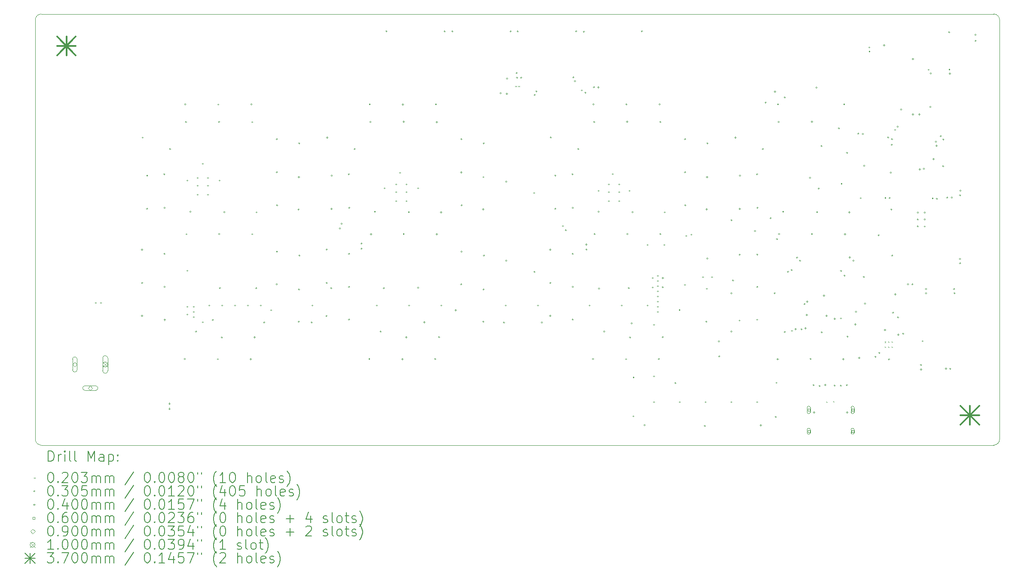
<source format=gbr>
%TF.GenerationSoftware,KiCad,Pcbnew,7.0.9*%
%TF.CreationDate,2024-10-07T22:48:39-04:00*%
%TF.ProjectId,Digital Clock,44696769-7461-46c2-9043-6c6f636b2e6b,rev?*%
%TF.SameCoordinates,Original*%
%TF.FileFunction,Drillmap*%
%TF.FilePolarity,Positive*%
%FSLAX45Y45*%
G04 Gerber Fmt 4.5, Leading zero omitted, Abs format (unit mm)*
G04 Created by KiCad (PCBNEW 7.0.9) date 2024-10-07 22:48:39*
%MOMM*%
%LPD*%
G01*
G04 APERTURE LIST*
%ADD10C,0.101600*%
%ADD11C,0.100000*%
%ADD12C,0.200000*%
%ADD13C,0.370000*%
G04 APERTURE END LIST*
D10*
X24081742Y-6178618D02*
G75*
G03*
X23964900Y-6061778I-116842J-2D01*
G01*
X5081338Y-14444980D02*
X5081338Y-6178618D01*
D11*
X24081740Y-6178618D02*
X24081740Y-14444980D01*
X23964900Y-14561820D02*
X5198178Y-14561820D01*
D10*
X5081340Y-14444980D02*
G75*
G03*
X5198178Y-14561820I116840J0D01*
G01*
X5198178Y-6061778D02*
G75*
G03*
X5081338Y-6178618I2J-116842D01*
G01*
X23964900Y-14561820D02*
G75*
G03*
X24081740Y-14444980I0J116840D01*
G01*
D11*
X5198178Y-6061778D02*
X23964900Y-6061778D01*
D12*
D11*
X14538960Y-7477760D02*
X14559280Y-7498080D01*
X14559280Y-7477760D02*
X14538960Y-7498080D01*
X14599920Y-7477760D02*
X14620240Y-7498080D01*
X14620240Y-7477760D02*
X14599920Y-7498080D01*
X20665440Y-13698220D02*
X20685760Y-13718540D01*
X20685760Y-13698220D02*
X20665440Y-13718540D01*
X20802600Y-13690600D02*
X20822920Y-13710920D01*
X20822920Y-13690600D02*
X20802600Y-13710920D01*
X21816200Y-12517960D02*
X21836520Y-12538280D01*
X21836520Y-12517960D02*
X21816200Y-12538280D01*
X21816200Y-12617020D02*
X21836520Y-12637340D01*
X21836520Y-12617020D02*
X21816200Y-12637340D01*
X21882240Y-12515420D02*
X21902560Y-12535740D01*
X21902560Y-12515420D02*
X21882240Y-12535740D01*
X21882240Y-12614480D02*
X21902560Y-12634800D01*
X21902560Y-12614480D02*
X21882240Y-12634800D01*
X21953360Y-12515420D02*
X21973680Y-12535740D01*
X21973680Y-12515420D02*
X21953360Y-12535740D01*
X21953360Y-12614480D02*
X21973680Y-12634800D01*
X21973680Y-12614480D02*
X21953360Y-12634800D01*
X6289040Y-11760200D02*
G75*
G03*
X6289040Y-11760200I-15240J0D01*
G01*
X6390640Y-11760200D02*
G75*
G03*
X6390640Y-11760200I-15240J0D01*
G01*
X7198360Y-12014200D02*
G75*
G03*
X7198360Y-12014200I-15240J0D01*
G01*
X7200900Y-10708640D02*
G75*
G03*
X7200900Y-10708640I-15240J0D01*
G01*
X7200900Y-11363960D02*
G75*
G03*
X7200900Y-11363960I-15240J0D01*
G01*
X7211060Y-8498840D02*
G75*
G03*
X7211060Y-8498840I-15240J0D01*
G01*
X7297420Y-9903460D02*
G75*
G03*
X7297420Y-9903460I-15240J0D01*
G01*
X7299960Y-9248140D02*
G75*
G03*
X7299960Y-9248140I-15240J0D01*
G01*
X7637780Y-9222740D02*
G75*
G03*
X7637780Y-9222740I-15240J0D01*
G01*
X7642860Y-10792460D02*
G75*
G03*
X7642860Y-10792460I-15240J0D01*
G01*
X7642860Y-11442700D02*
G75*
G03*
X7642860Y-11442700I-15240J0D01*
G01*
X7645400Y-9883140D02*
G75*
G03*
X7645400Y-9883140I-15240J0D01*
G01*
X7752080Y-8724900D02*
G75*
G03*
X7752080Y-8724900I-15240J0D01*
G01*
X8041640Y-12865100D02*
G75*
G03*
X8041640Y-12865100I-15240J0D01*
G01*
X8049260Y-7843520D02*
G75*
G03*
X8049260Y-7843520I-15240J0D01*
G01*
X8064500Y-8191500D02*
G75*
G03*
X8064500Y-8191500I-15240J0D01*
G01*
X8074660Y-10403840D02*
G75*
G03*
X8074660Y-10403840I-15240J0D01*
G01*
X8092440Y-9347200D02*
G75*
G03*
X8092440Y-9347200I-15240J0D01*
G01*
X8092440Y-11125200D02*
G75*
G03*
X8092440Y-11125200I-15240J0D01*
G01*
X8092440Y-11836400D02*
G75*
G03*
X8092440Y-11836400I-15240J0D01*
G01*
X8092440Y-11988800D02*
G75*
G03*
X8092440Y-11988800I-15240J0D01*
G01*
X8153400Y-9960220D02*
G75*
G03*
X8153400Y-9960220I-15240J0D01*
G01*
X8219440Y-11836400D02*
G75*
G03*
X8219440Y-11836400I-15240J0D01*
G01*
X8219440Y-11938000D02*
G75*
G03*
X8219440Y-11938000I-15240J0D01*
G01*
X8219440Y-12039600D02*
G75*
G03*
X8219440Y-12039600I-15240J0D01*
G01*
X8262620Y-12324080D02*
G75*
G03*
X8262620Y-12324080I-15240J0D01*
G01*
X8295640Y-9296400D02*
G75*
G03*
X8295640Y-9296400I-15240J0D01*
G01*
X8295640Y-9448800D02*
G75*
G03*
X8295640Y-9448800I-15240J0D01*
G01*
X8295640Y-9626600D02*
G75*
G03*
X8295640Y-9626600I-15240J0D01*
G01*
X8397240Y-9017000D02*
G75*
G03*
X8397240Y-9017000I-15240J0D01*
G01*
X8397240Y-12141200D02*
G75*
G03*
X8397240Y-12141200I-15240J0D01*
G01*
X8498840Y-9296400D02*
G75*
G03*
X8498840Y-9296400I-15240J0D01*
G01*
X8498840Y-9448800D02*
G75*
G03*
X8498840Y-9448800I-15240J0D01*
G01*
X8498840Y-9626600D02*
G75*
G03*
X8498840Y-9626600I-15240J0D01*
G01*
X8524240Y-11811000D02*
G75*
G03*
X8524240Y-11811000I-15240J0D01*
G01*
X8595360Y-12095480D02*
G75*
G03*
X8595360Y-12095480I-15240J0D01*
G01*
X8694420Y-12867640D02*
G75*
G03*
X8694420Y-12867640I-15240J0D01*
G01*
X8702040Y-7846060D02*
G75*
G03*
X8702040Y-7846060I-15240J0D01*
G01*
X8717280Y-8186420D02*
G75*
G03*
X8717280Y-8186420I-15240J0D01*
G01*
X8719820Y-10401300D02*
G75*
G03*
X8719820Y-10401300I-15240J0D01*
G01*
X8727440Y-9347200D02*
G75*
G03*
X8727440Y-9347200I-15240J0D01*
G01*
X8732520Y-11465560D02*
G75*
G03*
X8732520Y-11465560I-15240J0D01*
G01*
X8770620Y-12438380D02*
G75*
G03*
X8770620Y-12438380I-15240J0D01*
G01*
X8778240Y-11811000D02*
G75*
G03*
X8778240Y-11811000I-15240J0D01*
G01*
X8821420Y-9967840D02*
G75*
G03*
X8821420Y-9967840I-15240J0D01*
G01*
X9032240Y-11811000D02*
G75*
G03*
X9032240Y-11811000I-15240J0D01*
G01*
X9286240Y-11811000D02*
G75*
G03*
X9286240Y-11811000I-15240J0D01*
G01*
X9339580Y-12867640D02*
G75*
G03*
X9339580Y-12867640I-15240J0D01*
G01*
X9354820Y-7843520D02*
G75*
G03*
X9354820Y-7843520I-15240J0D01*
G01*
X9370060Y-8194040D02*
G75*
G03*
X9370060Y-8194040I-15240J0D01*
G01*
X9370060Y-10403840D02*
G75*
G03*
X9370060Y-10403840I-15240J0D01*
G01*
X9415780Y-12435840D02*
G75*
G03*
X9415780Y-12435840I-15240J0D01*
G01*
X9448800Y-11470640D02*
G75*
G03*
X9448800Y-11470640I-15240J0D01*
G01*
X9456420Y-9972920D02*
G75*
G03*
X9456420Y-9972920I-15240J0D01*
G01*
X9540240Y-11811000D02*
G75*
G03*
X9540240Y-11811000I-15240J0D01*
G01*
X9606280Y-12141200D02*
G75*
G03*
X9606280Y-12141200I-15240J0D01*
G01*
X9743440Y-11902440D02*
G75*
G03*
X9743440Y-11902440I-15240J0D01*
G01*
X9852660Y-11391900D02*
G75*
G03*
X9852660Y-11391900I-15240J0D01*
G01*
X9855200Y-8531860D02*
G75*
G03*
X9855200Y-8531860I-15240J0D01*
G01*
X9855200Y-9184640D02*
G75*
G03*
X9855200Y-9184640I-15240J0D01*
G01*
X9857740Y-10746740D02*
G75*
G03*
X9857740Y-10746740I-15240J0D01*
G01*
X9860280Y-9834880D02*
G75*
G03*
X9860280Y-9834880I-15240J0D01*
G01*
X10283580Y-9913620D02*
G75*
G03*
X10283580Y-9913620I-15240J0D01*
G01*
X10287000Y-12128500D02*
G75*
G03*
X10287000Y-12128500I-15240J0D01*
G01*
X10288660Y-9278620D02*
G75*
G03*
X10288660Y-9278620I-15240J0D01*
G01*
X10292080Y-11493500D02*
G75*
G03*
X10292080Y-11493500I-15240J0D01*
G01*
X10296280Y-8610600D02*
G75*
G03*
X10296280Y-8610600I-15240J0D01*
G01*
X10299700Y-10825480D02*
G75*
G03*
X10299700Y-10825480I-15240J0D01*
G01*
X10541000Y-12141200D02*
G75*
G03*
X10541000Y-12141200I-15240J0D01*
G01*
X10556240Y-11811000D02*
G75*
G03*
X10556240Y-11811000I-15240J0D01*
G01*
X10834440Y-12014200D02*
G75*
G03*
X10834440Y-12014200I-15240J0D01*
G01*
X10836980Y-10708640D02*
G75*
G03*
X10836980Y-10708640I-15240J0D01*
G01*
X10836980Y-11363960D02*
G75*
G03*
X10836980Y-11363960I-15240J0D01*
G01*
X10847140Y-8498840D02*
G75*
G03*
X10847140Y-8498840I-15240J0D01*
G01*
X10927080Y-11470640D02*
G75*
G03*
X10927080Y-11470640I-15240J0D01*
G01*
X10933500Y-9903460D02*
G75*
G03*
X10933500Y-9903460I-15240J0D01*
G01*
X10936040Y-9248140D02*
G75*
G03*
X10936040Y-9248140I-15240J0D01*
G01*
X11096860Y-10290000D02*
G75*
G03*
X11096860Y-10290000I-15240J0D01*
G01*
X11133203Y-10196548D02*
G75*
G03*
X11133203Y-10196548I-15240J0D01*
G01*
X11273860Y-9222740D02*
G75*
G03*
X11273860Y-9222740I-15240J0D01*
G01*
X11278940Y-10792460D02*
G75*
G03*
X11278940Y-10792460I-15240J0D01*
G01*
X11278940Y-11442700D02*
G75*
G03*
X11278940Y-11442700I-15240J0D01*
G01*
X11278940Y-12087860D02*
G75*
G03*
X11278940Y-12087860I-15240J0D01*
G01*
X11281480Y-9883140D02*
G75*
G03*
X11281480Y-9883140I-15240J0D01*
G01*
X11388160Y-8724900D02*
G75*
G03*
X11388160Y-8724900I-15240J0D01*
G01*
X11523860Y-10590000D02*
G75*
G03*
X11523860Y-10590000I-15240J0D01*
G01*
X11525040Y-10690263D02*
G75*
G03*
X11525040Y-10690263I-15240J0D01*
G01*
X11677720Y-12865100D02*
G75*
G03*
X11677720Y-12865100I-15240J0D01*
G01*
X11685340Y-7843520D02*
G75*
G03*
X11685340Y-7843520I-15240J0D01*
G01*
X11700580Y-8191500D02*
G75*
G03*
X11700580Y-8191500I-15240J0D01*
G01*
X11710740Y-10403840D02*
G75*
G03*
X11710740Y-10403840I-15240J0D01*
G01*
X11789480Y-9960220D02*
G75*
G03*
X11789480Y-9960220I-15240J0D01*
G01*
X11826240Y-11811000D02*
G75*
G03*
X11826240Y-11811000I-15240J0D01*
G01*
X11898700Y-12324080D02*
G75*
G03*
X11898700Y-12324080I-15240J0D01*
G01*
X11963400Y-11470640D02*
G75*
G03*
X11963400Y-11470640I-15240J0D01*
G01*
X11978640Y-9499600D02*
G75*
G03*
X11978640Y-9499600I-15240J0D01*
G01*
X12014200Y-6400800D02*
G75*
G03*
X12014200Y-6400800I-15240J0D01*
G01*
X12207240Y-9423400D02*
G75*
G03*
X12207240Y-9423400I-15240J0D01*
G01*
X12207240Y-9575800D02*
G75*
G03*
X12207240Y-9575800I-15240J0D01*
G01*
X12207240Y-9753600D02*
G75*
G03*
X12207240Y-9753600I-15240J0D01*
G01*
X12283440Y-9194800D02*
G75*
G03*
X12283440Y-9194800I-15240J0D01*
G01*
X12330500Y-12867640D02*
G75*
G03*
X12330500Y-12867640I-15240J0D01*
G01*
X12338120Y-7846060D02*
G75*
G03*
X12338120Y-7846060I-15240J0D01*
G01*
X12353360Y-8186420D02*
G75*
G03*
X12353360Y-8186420I-15240J0D01*
G01*
X12355900Y-10401300D02*
G75*
G03*
X12355900Y-10401300I-15240J0D01*
G01*
X12406700Y-12438380D02*
G75*
G03*
X12406700Y-12438380I-15240J0D01*
G01*
X12410440Y-9423400D02*
G75*
G03*
X12410440Y-9423400I-15240J0D01*
G01*
X12410440Y-9575800D02*
G75*
G03*
X12410440Y-9575800I-15240J0D01*
G01*
X12410440Y-9753600D02*
G75*
G03*
X12410440Y-9753600I-15240J0D01*
G01*
X12457500Y-9967840D02*
G75*
G03*
X12457500Y-9967840I-15240J0D01*
G01*
X12461240Y-11811000D02*
G75*
G03*
X12461240Y-11811000I-15240J0D01*
G01*
X12639040Y-9499600D02*
G75*
G03*
X12639040Y-9499600I-15240J0D01*
G01*
X12639040Y-11460480D02*
G75*
G03*
X12639040Y-11460480I-15240J0D01*
G01*
X12760960Y-12141200D02*
G75*
G03*
X12760960Y-12141200I-15240J0D01*
G01*
X12975660Y-12867640D02*
G75*
G03*
X12975660Y-12867640I-15240J0D01*
G01*
X12990900Y-7843520D02*
G75*
G03*
X12990900Y-7843520I-15240J0D01*
G01*
X13006140Y-8194040D02*
G75*
G03*
X13006140Y-8194040I-15240J0D01*
G01*
X13006140Y-10403840D02*
G75*
G03*
X13006140Y-10403840I-15240J0D01*
G01*
X13051860Y-12435840D02*
G75*
G03*
X13051860Y-12435840I-15240J0D01*
G01*
X13092500Y-9972920D02*
G75*
G03*
X13092500Y-9972920I-15240J0D01*
G01*
X13096240Y-11811000D02*
G75*
G03*
X13096240Y-11811000I-15240J0D01*
G01*
X13162280Y-6405880D02*
G75*
G03*
X13162280Y-6405880I-15240J0D01*
G01*
X13314680Y-6405880D02*
G75*
G03*
X13314680Y-6405880I-15240J0D01*
G01*
X13379520Y-11902440D02*
G75*
G03*
X13379520Y-11902440I-15240J0D01*
G01*
X13488740Y-11391900D02*
G75*
G03*
X13488740Y-11391900I-15240J0D01*
G01*
X13491280Y-8531860D02*
G75*
G03*
X13491280Y-8531860I-15240J0D01*
G01*
X13491280Y-9184640D02*
G75*
G03*
X13491280Y-9184640I-15240J0D01*
G01*
X13493820Y-10746740D02*
G75*
G03*
X13493820Y-10746740I-15240J0D01*
G01*
X13496360Y-9834880D02*
G75*
G03*
X13496360Y-9834880I-15240J0D01*
G01*
X13919660Y-9913620D02*
G75*
G03*
X13919660Y-9913620I-15240J0D01*
G01*
X13923080Y-12128500D02*
G75*
G03*
X13923080Y-12128500I-15240J0D01*
G01*
X13924740Y-9278620D02*
G75*
G03*
X13924740Y-9278620I-15240J0D01*
G01*
X13928160Y-11493500D02*
G75*
G03*
X13928160Y-11493500I-15240J0D01*
G01*
X13932360Y-8610600D02*
G75*
G03*
X13932360Y-8610600I-15240J0D01*
G01*
X13935780Y-10825480D02*
G75*
G03*
X13935780Y-10825480I-15240J0D01*
G01*
X14264640Y-7622540D02*
G75*
G03*
X14264640Y-7622540I-15240J0D01*
G01*
X14330680Y-12146280D02*
G75*
G03*
X14330680Y-12146280I-15240J0D01*
G01*
X14366240Y-11811000D02*
G75*
G03*
X14366240Y-11811000I-15240J0D01*
G01*
X14373860Y-9366000D02*
G75*
G03*
X14373860Y-9366000I-15240J0D01*
G01*
X14375860Y-10924000D02*
G75*
G03*
X14375860Y-10924000I-15240J0D01*
G01*
X14389100Y-7635240D02*
G75*
G03*
X14389100Y-7635240I-15240J0D01*
G01*
X14391640Y-7332980D02*
G75*
G03*
X14391640Y-7332980I-15240J0D01*
G01*
X14462760Y-6405880D02*
G75*
G03*
X14462760Y-6405880I-15240J0D01*
G01*
X14579600Y-7226300D02*
G75*
G03*
X14579600Y-7226300I-15240J0D01*
G01*
X14587312Y-7315121D02*
G75*
G03*
X14587312Y-7315121I-15240J0D01*
G01*
X14599920Y-6405880D02*
G75*
G03*
X14599920Y-6405880I-15240J0D01*
G01*
X14668500Y-7317740D02*
G75*
G03*
X14668500Y-7317740I-15240J0D01*
G01*
X14923860Y-9592000D02*
G75*
G03*
X14923860Y-9592000I-15240J0D01*
G01*
X14931860Y-11148000D02*
G75*
G03*
X14931860Y-11148000I-15240J0D01*
G01*
X14935200Y-7660640D02*
G75*
G03*
X14935200Y-7660640I-15240J0D01*
G01*
X14969240Y-7586886D02*
G75*
G03*
X14969240Y-7586886I-15240J0D01*
G01*
X15001240Y-11811000D02*
G75*
G03*
X15001240Y-11811000I-15240J0D01*
G01*
X15077440Y-12146280D02*
G75*
G03*
X15077440Y-12146280I-15240J0D01*
G01*
X15241360Y-12014200D02*
G75*
G03*
X15241360Y-12014200I-15240J0D01*
G01*
X15243900Y-10708640D02*
G75*
G03*
X15243900Y-10708640I-15240J0D01*
G01*
X15243900Y-11363960D02*
G75*
G03*
X15243900Y-11363960I-15240J0D01*
G01*
X15254060Y-8498840D02*
G75*
G03*
X15254060Y-8498840I-15240J0D01*
G01*
X15340420Y-9903460D02*
G75*
G03*
X15340420Y-9903460I-15240J0D01*
G01*
X15342960Y-9248140D02*
G75*
G03*
X15342960Y-9248140I-15240J0D01*
G01*
X15491272Y-10243627D02*
G75*
G03*
X15491272Y-10243627I-15240J0D01*
G01*
X15549860Y-10325000D02*
G75*
G03*
X15549860Y-10325000I-15240J0D01*
G01*
X15680780Y-9222740D02*
G75*
G03*
X15680780Y-9222740I-15240J0D01*
G01*
X15685860Y-10792460D02*
G75*
G03*
X15685860Y-10792460I-15240J0D01*
G01*
X15685860Y-11442700D02*
G75*
G03*
X15685860Y-11442700I-15240J0D01*
G01*
X15685860Y-12087860D02*
G75*
G03*
X15685860Y-12087860I-15240J0D01*
G01*
X15688400Y-9883140D02*
G75*
G03*
X15688400Y-9883140I-15240J0D01*
G01*
X15698520Y-7310504D02*
G75*
G03*
X15698520Y-7310504I-15240J0D01*
G01*
X15727680Y-7386320D02*
G75*
G03*
X15727680Y-7386320I-15240J0D01*
G01*
X15753080Y-6400800D02*
G75*
G03*
X15753080Y-6400800I-15240J0D01*
G01*
X15795080Y-8724900D02*
G75*
G03*
X15795080Y-8724900I-15240J0D01*
G01*
X15864840Y-7569200D02*
G75*
G03*
X15864840Y-7569200I-15240J0D01*
G01*
X15905480Y-6410960D02*
G75*
G03*
X15905480Y-6410960I-15240J0D01*
G01*
X15934020Y-7611773D02*
G75*
G03*
X15934020Y-7611773I-15240J0D01*
G01*
X15954860Y-10607000D02*
G75*
G03*
X15954860Y-10607000I-15240J0D01*
G01*
X15956477Y-10707257D02*
G75*
G03*
X15956477Y-10707257I-15240J0D01*
G01*
X16017240Y-11811000D02*
G75*
G03*
X16017240Y-11811000I-15240J0D01*
G01*
X16084640Y-12865100D02*
G75*
G03*
X16084640Y-12865100I-15240J0D01*
G01*
X16092260Y-7843520D02*
G75*
G03*
X16092260Y-7843520I-15240J0D01*
G01*
X16103600Y-7508240D02*
G75*
G03*
X16103600Y-7508240I-15240J0D01*
G01*
X16107500Y-8191500D02*
G75*
G03*
X16107500Y-8191500I-15240J0D01*
G01*
X16117660Y-10403840D02*
G75*
G03*
X16117660Y-10403840I-15240J0D01*
G01*
X16189960Y-7508240D02*
G75*
G03*
X16189960Y-7508240I-15240J0D01*
G01*
X16195040Y-9550400D02*
G75*
G03*
X16195040Y-9550400I-15240J0D01*
G01*
X16196400Y-9960220D02*
G75*
G03*
X16196400Y-9960220I-15240J0D01*
G01*
X16205200Y-11475720D02*
G75*
G03*
X16205200Y-11475720I-15240J0D01*
G01*
X16305620Y-12324080D02*
G75*
G03*
X16305620Y-12324080I-15240J0D01*
G01*
X16398240Y-9423400D02*
G75*
G03*
X16398240Y-9423400I-15240J0D01*
G01*
X16398240Y-9575800D02*
G75*
G03*
X16398240Y-9575800I-15240J0D01*
G01*
X16398240Y-9753600D02*
G75*
G03*
X16398240Y-9753600I-15240J0D01*
G01*
X16474440Y-9220200D02*
G75*
G03*
X16474440Y-9220200I-15240J0D01*
G01*
X16601440Y-9423400D02*
G75*
G03*
X16601440Y-9423400I-15240J0D01*
G01*
X16601440Y-9575800D02*
G75*
G03*
X16601440Y-9575800I-15240J0D01*
G01*
X16601440Y-9753600D02*
G75*
G03*
X16601440Y-9753600I-15240J0D01*
G01*
X16652240Y-11811000D02*
G75*
G03*
X16652240Y-11811000I-15240J0D01*
G01*
X16737420Y-12867640D02*
G75*
G03*
X16737420Y-12867640I-15240J0D01*
G01*
X16745040Y-7846060D02*
G75*
G03*
X16745040Y-7846060I-15240J0D01*
G01*
X16760280Y-8186420D02*
G75*
G03*
X16760280Y-8186420I-15240J0D01*
G01*
X16762820Y-10401300D02*
G75*
G03*
X16762820Y-10401300I-15240J0D01*
G01*
X16789400Y-11465560D02*
G75*
G03*
X16789400Y-11465560I-15240J0D01*
G01*
X16804640Y-9550400D02*
G75*
G03*
X16804640Y-9550400I-15240J0D01*
G01*
X16813620Y-12438380D02*
G75*
G03*
X16813620Y-12438380I-15240J0D01*
G01*
X16845280Y-12161520D02*
G75*
G03*
X16845280Y-12161520I-15240J0D01*
G01*
X16864420Y-9967840D02*
G75*
G03*
X16864420Y-9967840I-15240J0D01*
G01*
X16880840Y-13995400D02*
G75*
G03*
X16880840Y-13995400I-15240J0D01*
G01*
X16885920Y-13228320D02*
G75*
G03*
X16885920Y-13228320I-15240J0D01*
G01*
X17048480Y-6400800D02*
G75*
G03*
X17048480Y-6400800I-15240J0D01*
G01*
X17099280Y-14168120D02*
G75*
G03*
X17099280Y-14168120I-15240J0D01*
G01*
X17160240Y-10617200D02*
G75*
G03*
X17160240Y-10617200I-15240J0D01*
G01*
X17160240Y-11811000D02*
G75*
G03*
X17160240Y-11811000I-15240J0D01*
G01*
X17261840Y-11267440D02*
G75*
G03*
X17261840Y-11267440I-15240J0D01*
G01*
X17261840Y-11455400D02*
G75*
G03*
X17261840Y-11455400I-15240J0D01*
G01*
X17287240Y-12192000D02*
G75*
G03*
X17287240Y-12192000I-15240J0D01*
G01*
X17287240Y-13208000D02*
G75*
G03*
X17287240Y-13208000I-15240J0D01*
G01*
X17287240Y-13716000D02*
G75*
G03*
X17287240Y-13716000I-15240J0D01*
G01*
X17363440Y-11226800D02*
G75*
G03*
X17363440Y-11226800I-15240J0D01*
G01*
X17363440Y-11328400D02*
G75*
G03*
X17363440Y-11328400I-15240J0D01*
G01*
X17363440Y-11430000D02*
G75*
G03*
X17363440Y-11430000I-15240J0D01*
G01*
X17363440Y-11531600D02*
G75*
G03*
X17363440Y-11531600I-15240J0D01*
G01*
X17363440Y-11633200D02*
G75*
G03*
X17363440Y-11633200I-15240J0D01*
G01*
X17363440Y-11734800D02*
G75*
G03*
X17363440Y-11734800I-15240J0D01*
G01*
X17363440Y-11836400D02*
G75*
G03*
X17363440Y-11836400I-15240J0D01*
G01*
X17363440Y-11938000D02*
G75*
G03*
X17363440Y-11938000I-15240J0D01*
G01*
X17382580Y-12867640D02*
G75*
G03*
X17382580Y-12867640I-15240J0D01*
G01*
X17397820Y-7843520D02*
G75*
G03*
X17397820Y-7843520I-15240J0D01*
G01*
X17413060Y-8194040D02*
G75*
G03*
X17413060Y-8194040I-15240J0D01*
G01*
X17413060Y-10403840D02*
G75*
G03*
X17413060Y-10403840I-15240J0D01*
G01*
X17458780Y-12435840D02*
G75*
G03*
X17458780Y-12435840I-15240J0D01*
G01*
X17459779Y-11448519D02*
G75*
G03*
X17459779Y-11448519I-15240J0D01*
G01*
X17459960Y-11267440D02*
G75*
G03*
X17459960Y-11267440I-15240J0D01*
G01*
X17490440Y-10617200D02*
G75*
G03*
X17490440Y-10617200I-15240J0D01*
G01*
X17499420Y-9972920D02*
G75*
G03*
X17499420Y-9972920I-15240J0D01*
G01*
X17708880Y-13340080D02*
G75*
G03*
X17708880Y-13340080I-15240J0D01*
G01*
X17790160Y-11899580D02*
G75*
G03*
X17790160Y-11899580I-15240J0D01*
G01*
X17795240Y-13716000D02*
G75*
G03*
X17795240Y-13716000I-15240J0D01*
G01*
X17896840Y-11404600D02*
G75*
G03*
X17896840Y-11404600I-15240J0D01*
G01*
X17898200Y-8531860D02*
G75*
G03*
X17898200Y-8531860I-15240J0D01*
G01*
X17898200Y-9184640D02*
G75*
G03*
X17898200Y-9184640I-15240J0D01*
G01*
X17903280Y-9834880D02*
G75*
G03*
X17903280Y-9834880I-15240J0D01*
G01*
X17922240Y-10439400D02*
G75*
G03*
X17922240Y-10439400I-15240J0D01*
G01*
X18023840Y-10414000D02*
G75*
G03*
X18023840Y-10414000I-15240J0D01*
G01*
X18252440Y-11252200D02*
G75*
G03*
X18252440Y-11252200I-15240J0D01*
G01*
X18288000Y-14183360D02*
G75*
G03*
X18288000Y-14183360I-15240J0D01*
G01*
X18303240Y-13716000D02*
G75*
G03*
X18303240Y-13716000I-15240J0D01*
G01*
X18316820Y-12129380D02*
G75*
G03*
X18316820Y-12129380I-15240J0D01*
G01*
X18326580Y-9913620D02*
G75*
G03*
X18326580Y-9913620I-15240J0D01*
G01*
X18328640Y-11480800D02*
G75*
G03*
X18328640Y-11480800I-15240J0D01*
G01*
X18331660Y-9278620D02*
G75*
G03*
X18331660Y-9278620I-15240J0D01*
G01*
X18337729Y-10883699D02*
G75*
G03*
X18337729Y-10883699I-15240J0D01*
G01*
X18339280Y-8610600D02*
G75*
G03*
X18339280Y-8610600I-15240J0D01*
G01*
X18430240Y-11252200D02*
G75*
G03*
X18430240Y-11252200I-15240J0D01*
G01*
X18567400Y-12517120D02*
G75*
G03*
X18567400Y-12517120I-15240J0D01*
G01*
X18572480Y-12811760D02*
G75*
G03*
X18572480Y-12811760I-15240J0D01*
G01*
X18811240Y-11569700D02*
G75*
G03*
X18811240Y-11569700I-15240J0D01*
G01*
X18811240Y-12324080D02*
G75*
G03*
X18811240Y-12324080I-15240J0D01*
G01*
X18811240Y-13716000D02*
G75*
G03*
X18811240Y-13716000I-15240J0D01*
G01*
X18813780Y-10126980D02*
G75*
G03*
X18813780Y-10126980I-15240J0D01*
G01*
X18841720Y-11315700D02*
G75*
G03*
X18841720Y-11315700I-15240J0D01*
G01*
X18890100Y-8498840D02*
G75*
G03*
X18890100Y-8498840I-15240J0D01*
G01*
X18971260Y-12105640D02*
G75*
G03*
X18971260Y-12105640I-15240J0D01*
G01*
X18973800Y-10807700D02*
G75*
G03*
X18973800Y-10807700I-15240J0D01*
G01*
X18976460Y-9903460D02*
G75*
G03*
X18976460Y-9903460I-15240J0D01*
G01*
X18979000Y-9248140D02*
G75*
G03*
X18979000Y-9248140I-15240J0D01*
G01*
X19276860Y-10341000D02*
G75*
G03*
X19276860Y-10341000I-15240J0D01*
G01*
X19316820Y-9222740D02*
G75*
G03*
X19316820Y-9222740I-15240J0D01*
G01*
X19319240Y-12087860D02*
G75*
G03*
X19319240Y-12087860I-15240J0D01*
G01*
X19319240Y-13716000D02*
G75*
G03*
X19319240Y-13716000I-15240J0D01*
G01*
X19321780Y-10805160D02*
G75*
G03*
X19321780Y-10805160I-15240J0D01*
G01*
X19321780Y-11442700D02*
G75*
G03*
X19321780Y-11442700I-15240J0D01*
G01*
X19324440Y-9883140D02*
G75*
G03*
X19324440Y-9883140I-15240J0D01*
G01*
X19390360Y-14173200D02*
G75*
G03*
X19390360Y-14173200I-15240J0D01*
G01*
X19431120Y-8724900D02*
G75*
G03*
X19431120Y-8724900I-15240J0D01*
G01*
X19486880Y-7807960D02*
G75*
G03*
X19486880Y-7807960I-15240J0D01*
G01*
X19583400Y-10088880D02*
G75*
G03*
X19583400Y-10088880I-15240J0D01*
G01*
X19664680Y-11564620D02*
G75*
G03*
X19664680Y-11564620I-15240J0D01*
G01*
X19669760Y-7594600D02*
G75*
G03*
X19669760Y-7594600I-15240J0D01*
G01*
X19685000Y-14005560D02*
G75*
G03*
X19685000Y-14005560I-15240J0D01*
G01*
X19700240Y-13335000D02*
G75*
G03*
X19700240Y-13335000I-15240J0D01*
G01*
X19710400Y-10499550D02*
G75*
G03*
X19710400Y-10499550I-15240J0D01*
G01*
X19728300Y-7843520D02*
G75*
G03*
X19728300Y-7843520I-15240J0D01*
G01*
X19743540Y-8191500D02*
G75*
G03*
X19743540Y-8191500I-15240J0D01*
G01*
X19751040Y-10398760D02*
G75*
G03*
X19751040Y-10398760I-15240J0D01*
G01*
X19832440Y-9960220D02*
G75*
G03*
X19832440Y-9960220I-15240J0D01*
G01*
X19862800Y-7706360D02*
G75*
G03*
X19862800Y-7706360I-15240J0D01*
G01*
X19862800Y-12334240D02*
G75*
G03*
X19862800Y-12334240I-15240J0D01*
G01*
X19926011Y-11143573D02*
G75*
G03*
X19926011Y-11143573I-15240J0D01*
G01*
X19999960Y-11109960D02*
G75*
G03*
X19999960Y-11109960I-15240J0D01*
G01*
X20005040Y-12308840D02*
G75*
G03*
X20005040Y-12308840I-15240J0D01*
G01*
X20078989Y-12275227D02*
G75*
G03*
X20078989Y-12275227I-15240J0D01*
G01*
X20104150Y-10865339D02*
G75*
G03*
X20104150Y-10865339I-15240J0D01*
G01*
X20162520Y-10927080D02*
G75*
G03*
X20162520Y-10927080I-15240J0D01*
G01*
X20193000Y-12278360D02*
G75*
G03*
X20193000Y-12278360I-15240J0D01*
G01*
X20251420Y-11783060D02*
G75*
G03*
X20251420Y-11783060I-15240J0D01*
G01*
X20272150Y-12260095D02*
G75*
G03*
X20272150Y-12260095I-15240J0D01*
G01*
X20297140Y-11993880D02*
G75*
G03*
X20297140Y-11993880I-15240J0D01*
G01*
X20304760Y-11732260D02*
G75*
G03*
X20304760Y-11732260I-15240J0D01*
G01*
X20360640Y-9288780D02*
G75*
G03*
X20360640Y-9288780I-15240J0D01*
G01*
X20370800Y-12860020D02*
G75*
G03*
X20370800Y-12860020I-15240J0D01*
G01*
X20396320Y-8186420D02*
G75*
G03*
X20396320Y-8186420I-15240J0D01*
G01*
X20398860Y-10401300D02*
G75*
G03*
X20398860Y-10401300I-15240J0D01*
G01*
X20429220Y-13378180D02*
G75*
G03*
X20429220Y-13378180I-15240J0D01*
G01*
X20441920Y-13919200D02*
G75*
G03*
X20441920Y-13919200I-15240J0D01*
G01*
X20487640Y-7513320D02*
G75*
G03*
X20487640Y-7513320I-15240J0D01*
G01*
X20500460Y-9967840D02*
G75*
G03*
X20500460Y-9967840I-15240J0D01*
G01*
X20530820Y-9504680D02*
G75*
G03*
X20530820Y-9504680I-15240J0D01*
G01*
X20548600Y-13395960D02*
G75*
G03*
X20548600Y-13395960I-15240J0D01*
G01*
X20586700Y-8666480D02*
G75*
G03*
X20586700Y-8666480I-15240J0D01*
G01*
X20591780Y-12336780D02*
G75*
G03*
X20591780Y-12336780I-15240J0D01*
G01*
X20634960Y-11615420D02*
G75*
G03*
X20634960Y-11615420I-15240J0D01*
G01*
X20662900Y-13375640D02*
G75*
G03*
X20662900Y-13375640I-15240J0D01*
G01*
X20685810Y-12011660D02*
G75*
G03*
X20685810Y-12011660I-15240J0D01*
G01*
X20845780Y-12072620D02*
G75*
G03*
X20845780Y-12072620I-15240J0D01*
G01*
X20845780Y-13385800D02*
G75*
G03*
X20845780Y-13385800I-15240J0D01*
G01*
X20929600Y-8315960D02*
G75*
G03*
X20929600Y-8315960I-15240J0D01*
G01*
X20967700Y-13390880D02*
G75*
G03*
X20967700Y-13390880I-15240J0D01*
G01*
X20970240Y-12062460D02*
G75*
G03*
X20970240Y-12062460I-15240J0D01*
G01*
X20972780Y-11127740D02*
G75*
G03*
X20972780Y-11127740I-15240J0D01*
G01*
X20982940Y-9410700D02*
G75*
G03*
X20982940Y-9410700I-15240J0D01*
G01*
X21018500Y-12867640D02*
G75*
G03*
X21018500Y-12867640I-15240J0D01*
G01*
X21033860Y-7843520D02*
G75*
G03*
X21033860Y-7843520I-15240J0D01*
G01*
X21042116Y-11219957D02*
G75*
G03*
X21042116Y-11219957I-15240J0D01*
G01*
X21049100Y-10403840D02*
G75*
G03*
X21049100Y-10403840I-15240J0D01*
G01*
X21087080Y-13378180D02*
G75*
G03*
X21087080Y-13378180I-15240J0D01*
G01*
X21092160Y-8798560D02*
G75*
G03*
X21092160Y-8798560I-15240J0D01*
G01*
X21092160Y-13916660D02*
G75*
G03*
X21092160Y-13916660I-15240J0D01*
G01*
X21099780Y-12420600D02*
G75*
G03*
X21099780Y-12420600I-15240J0D01*
G01*
X21135460Y-9972920D02*
G75*
G03*
X21135460Y-9972920I-15240J0D01*
G01*
X21145500Y-10861040D02*
G75*
G03*
X21145500Y-10861040I-15240J0D01*
G01*
X21214080Y-10924590D02*
G75*
G03*
X21214080Y-10924590I-15240J0D01*
G01*
X21254720Y-12181840D02*
G75*
G03*
X21254720Y-12181840I-15240J0D01*
G01*
X21264880Y-11932920D02*
G75*
G03*
X21264880Y-11932920I-15240J0D01*
G01*
X21310600Y-8422640D02*
G75*
G03*
X21310600Y-8422640I-15240J0D01*
G01*
X21330920Y-12842240D02*
G75*
G03*
X21330920Y-12842240I-15240J0D01*
G01*
X21358860Y-9692640D02*
G75*
G03*
X21358860Y-9692640I-15240J0D01*
G01*
X21402040Y-8425180D02*
G75*
G03*
X21402040Y-8425180I-15240J0D01*
G01*
X21422360Y-11244580D02*
G75*
G03*
X21422360Y-11244580I-15240J0D01*
G01*
X21427440Y-9052560D02*
G75*
G03*
X21427440Y-9052560I-15240J0D01*
G01*
X21445220Y-11772900D02*
G75*
G03*
X21445220Y-11772900I-15240J0D01*
G01*
X21528333Y-6721096D02*
G75*
G03*
X21528333Y-6721096I-15240J0D01*
G01*
X21534120Y-6802120D02*
G75*
G03*
X21534120Y-6802120I-15240J0D01*
G01*
X21648560Y-12820220D02*
G75*
G03*
X21648560Y-12820220I-15240J0D01*
G01*
X21711920Y-10424160D02*
G75*
G03*
X21711920Y-10424160I-15240J0D01*
G01*
X21724240Y-12743500D02*
G75*
G03*
X21724240Y-12743500I-15240J0D01*
G01*
X21821140Y-6680200D02*
G75*
G03*
X21821140Y-6680200I-15240J0D01*
G01*
X21837241Y-12292435D02*
G75*
G03*
X21837241Y-12292435I-15240J0D01*
G01*
X21846540Y-9690100D02*
G75*
G03*
X21846540Y-9690100I-15240J0D01*
G01*
X21899880Y-8498840D02*
G75*
G03*
X21899880Y-8498840I-15240J0D01*
G01*
X21916440Y-12869660D02*
G75*
G03*
X21916440Y-12869660I-15240J0D01*
G01*
X21927820Y-9691700D02*
G75*
G03*
X21927820Y-9691700I-15240J0D01*
G01*
X21950680Y-9189720D02*
G75*
G03*
X21950680Y-9189720I-15240J0D01*
G01*
X21962620Y-9913620D02*
G75*
G03*
X21962620Y-9913620I-15240J0D01*
G01*
X21971000Y-8641080D02*
G75*
G03*
X21971000Y-8641080I-15240J0D01*
G01*
X21974862Y-8530082D02*
G75*
G03*
X21974862Y-8530082I-15240J0D01*
G01*
X21978740Y-10825480D02*
G75*
G03*
X21978740Y-10825480I-15240J0D01*
G01*
X21996400Y-11953240D02*
G75*
G03*
X21996400Y-11953240I-15240J0D01*
G01*
X22037040Y-8346440D02*
G75*
G03*
X22037040Y-8346440I-15240J0D01*
G01*
X22039580Y-11589970D02*
G75*
G03*
X22039580Y-11589970I-15240J0D01*
G01*
X22086911Y-8282321D02*
G75*
G03*
X22086911Y-8282321I-15240J0D01*
G01*
X22095600Y-12045520D02*
G75*
G03*
X22095600Y-12045520I-15240J0D01*
G01*
X22100680Y-12385880D02*
G75*
G03*
X22100680Y-12385880I-15240J0D01*
G01*
X22153880Y-7945120D02*
G75*
G03*
X22153880Y-7945120I-15240J0D01*
G01*
X22197060Y-12367260D02*
G75*
G03*
X22197060Y-12367260I-15240J0D01*
G01*
X22291040Y-11389360D02*
G75*
G03*
X22291040Y-11389360I-15240J0D01*
G01*
X22377400Y-11394440D02*
G75*
G03*
X22377400Y-11394440I-15240J0D01*
G01*
X22387560Y-8041640D02*
G75*
G03*
X22387560Y-8041640I-15240J0D01*
G01*
X22390100Y-6949440D02*
G75*
G03*
X22390100Y-6949440I-15240J0D01*
G01*
X22484080Y-9977120D02*
G75*
G03*
X22484080Y-9977120I-15240J0D01*
G01*
X22484080Y-10114280D02*
G75*
G03*
X22484080Y-10114280I-15240J0D01*
G01*
X22484080Y-10251440D02*
G75*
G03*
X22484080Y-10251440I-15240J0D01*
G01*
X22514560Y-8041640D02*
G75*
G03*
X22514560Y-8041640I-15240J0D01*
G01*
X22525714Y-9125872D02*
G75*
G03*
X22525714Y-9125872I-15240J0D01*
G01*
X22547580Y-12979400D02*
G75*
G03*
X22547580Y-12979400I-15240J0D01*
G01*
X22550120Y-13070840D02*
G75*
G03*
X22550120Y-13070840I-15240J0D01*
G01*
X22578200Y-12512880D02*
G75*
G03*
X22578200Y-12512880I-15240J0D01*
G01*
X22606000Y-9113520D02*
G75*
G03*
X22606000Y-9113520I-15240J0D01*
G01*
X22621240Y-9977120D02*
G75*
G03*
X22621240Y-9977120I-15240J0D01*
G01*
X22621240Y-10114280D02*
G75*
G03*
X22621240Y-10114280I-15240J0D01*
G01*
X22621240Y-10251440D02*
G75*
G03*
X22621240Y-10251440I-15240J0D01*
G01*
X22646640Y-11485880D02*
G75*
G03*
X22646640Y-11485880I-15240J0D01*
G01*
X22646640Y-11567110D02*
G75*
G03*
X22646640Y-11567110I-15240J0D01*
G01*
X22697440Y-7162800D02*
G75*
G03*
X22697440Y-7162800I-15240J0D01*
G01*
X22733000Y-7894320D02*
G75*
G03*
X22733000Y-7894320I-15240J0D01*
G01*
X22740013Y-7231980D02*
G75*
G03*
X22740013Y-7231980I-15240J0D01*
G01*
X22778720Y-9697720D02*
G75*
G03*
X22778720Y-9697720I-15240J0D01*
G01*
X22796500Y-8923020D02*
G75*
G03*
X22796500Y-8923020I-15240J0D01*
G01*
X22841566Y-8581275D02*
G75*
G03*
X22841566Y-8581275I-15240J0D01*
G01*
X22854920Y-8661400D02*
G75*
G03*
X22854920Y-8661400I-15240J0D01*
G01*
X22860000Y-9702800D02*
G75*
G03*
X22860000Y-9702800I-15240J0D01*
G01*
X22935562Y-8471531D02*
G75*
G03*
X22935562Y-8471531I-15240J0D01*
G01*
X22984460Y-9065260D02*
G75*
G03*
X22984460Y-9065260I-15240J0D01*
G01*
X22987000Y-8534400D02*
G75*
G03*
X22987000Y-8534400I-15240J0D01*
G01*
X23040340Y-13055600D02*
G75*
G03*
X23040340Y-13055600I-15240J0D01*
G01*
X23063200Y-9682480D02*
G75*
G03*
X23063200Y-9682480I-15240J0D01*
G01*
X23100650Y-6423660D02*
G75*
G03*
X23100650Y-6423660I-15240J0D01*
G01*
X23108920Y-7157720D02*
G75*
G03*
X23108920Y-7157720I-15240J0D01*
G01*
X23115666Y-7238670D02*
G75*
G03*
X23115666Y-7238670I-15240J0D01*
G01*
X23121570Y-13055600D02*
G75*
G03*
X23121570Y-13055600I-15240J0D01*
G01*
X23154640Y-9682480D02*
G75*
G03*
X23154640Y-9682480I-15240J0D01*
G01*
X23200360Y-11485880D02*
G75*
G03*
X23200360Y-11485880I-15240J0D01*
G01*
X23206590Y-11566871D02*
G75*
G03*
X23206590Y-11566871I-15240J0D01*
G01*
X23317200Y-9636760D02*
G75*
G03*
X23317200Y-9636760I-15240J0D01*
G01*
X23317200Y-10891520D02*
G75*
G03*
X23317200Y-10891520I-15240J0D01*
G01*
X23317200Y-10977880D02*
G75*
G03*
X23317200Y-10977880I-15240J0D01*
G01*
X23322280Y-9545320D02*
G75*
G03*
X23322280Y-9545320I-15240J0D01*
G01*
X23618810Y-6471920D02*
G75*
G03*
X23618810Y-6471920I-15240J0D01*
G01*
X23621350Y-6593840D02*
G75*
G03*
X23621350Y-6593840I-15240J0D01*
G01*
X7627620Y-12067860D02*
X7627620Y-12107860D01*
X7607620Y-12087860D02*
X7647620Y-12087860D01*
X7721600Y-13721400D02*
X7721600Y-13761400D01*
X7701600Y-13741400D02*
X7741600Y-13741400D01*
X7721600Y-13823000D02*
X7721600Y-13863000D01*
X7701600Y-13843000D02*
X7741600Y-13843000D01*
X19705440Y-12845100D02*
X19705440Y-12885100D01*
X19685440Y-12865100D02*
X19725440Y-12865100D01*
X20341213Y-13887713D02*
X20341213Y-13845287D01*
X20298787Y-13845287D01*
X20298787Y-13887713D01*
X20341213Y-13887713D01*
X20290000Y-13821500D02*
X20290000Y-13911500D01*
X20290000Y-13911500D02*
G75*
G03*
X20350000Y-13911500I30000J0D01*
G01*
X20350000Y-13911500D02*
X20350000Y-13821500D01*
X20350000Y-13821500D02*
G75*
G03*
X20290000Y-13821500I-30000J0D01*
G01*
X20341213Y-14308713D02*
X20341213Y-14266287D01*
X20298787Y-14266287D01*
X20298787Y-14308713D01*
X20341213Y-14308713D01*
X20290000Y-14257500D02*
X20290000Y-14317500D01*
X20290000Y-14317500D02*
G75*
G03*
X20350000Y-14317500I30000J0D01*
G01*
X20350000Y-14317500D02*
X20350000Y-14257500D01*
X20350000Y-14257500D02*
G75*
G03*
X20290000Y-14257500I-30000J0D01*
G01*
X21205213Y-13887713D02*
X21205213Y-13845287D01*
X21162787Y-13845287D01*
X21162787Y-13887713D01*
X21205213Y-13887713D01*
X21154000Y-13821499D02*
X21154000Y-13911501D01*
X21154000Y-13911501D02*
G75*
G03*
X21214000Y-13911501I30000J0D01*
G01*
X21214000Y-13911501D02*
X21214000Y-13821499D01*
X21214000Y-13821499D02*
G75*
G03*
X21154000Y-13821499I-30000J0D01*
G01*
X21205213Y-14308713D02*
X21205213Y-14266287D01*
X21162787Y-14266287D01*
X21162787Y-14308713D01*
X21205213Y-14308713D01*
X21154000Y-14257500D02*
X21154000Y-14317500D01*
X21154000Y-14317500D02*
G75*
G03*
X21214000Y-14317500I30000J0D01*
G01*
X21214000Y-14317500D02*
X21214000Y-14257500D01*
X21214000Y-14257500D02*
G75*
G03*
X21154000Y-14257500I-30000J0D01*
G01*
X5859780Y-13016781D02*
X5904781Y-12971780D01*
X5859780Y-12926779D01*
X5814779Y-12971780D01*
X5859780Y-13016781D01*
X5904781Y-13076781D02*
X5904781Y-12866779D01*
X5904781Y-12866779D02*
G75*
G03*
X5814779Y-12866779I-45001J0D01*
G01*
X5814779Y-12866779D02*
X5814779Y-13076781D01*
X5814779Y-13076781D02*
G75*
G03*
X5904781Y-13076781I45001J0D01*
G01*
X6164800Y-13482841D02*
X6209801Y-13437840D01*
X6164800Y-13392839D01*
X6119799Y-13437840D01*
X6164800Y-13482841D01*
X6269804Y-13392839D02*
X6059796Y-13392839D01*
X6059796Y-13392839D02*
G75*
G03*
X6059796Y-13482841I0J-45001D01*
G01*
X6059796Y-13482841D02*
X6269804Y-13482841D01*
X6269804Y-13482841D02*
G75*
G03*
X6269804Y-13392839I0J45001D01*
G01*
X6408800Y-12921780D02*
X6508800Y-13021780D01*
X6508800Y-12921780D02*
X6408800Y-13021780D01*
X6508800Y-12971780D02*
G75*
G03*
X6508800Y-12971780I-50000J0D01*
G01*
X6408800Y-12846787D02*
X6408800Y-13096773D01*
X6408800Y-13096773D02*
G75*
G03*
X6508800Y-13096773I50000J0D01*
G01*
X6508800Y-13096773D02*
X6508800Y-12846787D01*
X6508800Y-12846787D02*
G75*
G03*
X6408800Y-12846787I-50000J0D01*
G01*
D13*
X5509680Y-6505360D02*
X5879680Y-6875360D01*
X5879680Y-6505360D02*
X5509680Y-6875360D01*
X5694680Y-6505360D02*
X5694680Y-6875360D01*
X5509680Y-6690360D02*
X5879680Y-6690360D01*
X23307460Y-13790080D02*
X23677460Y-14160080D01*
X23677460Y-13790080D02*
X23307460Y-14160080D01*
X23492460Y-13790080D02*
X23492460Y-14160080D01*
X23307460Y-13975080D02*
X23677460Y-13975080D01*
D12*
X5337035Y-14878384D02*
X5337035Y-14678384D01*
X5337035Y-14678384D02*
X5384654Y-14678384D01*
X5384654Y-14678384D02*
X5413226Y-14687908D01*
X5413226Y-14687908D02*
X5432273Y-14706955D01*
X5432273Y-14706955D02*
X5441797Y-14726003D01*
X5441797Y-14726003D02*
X5451321Y-14764098D01*
X5451321Y-14764098D02*
X5451321Y-14792669D01*
X5451321Y-14792669D02*
X5441797Y-14830765D01*
X5441797Y-14830765D02*
X5432273Y-14849812D01*
X5432273Y-14849812D02*
X5413226Y-14868860D01*
X5413226Y-14868860D02*
X5384654Y-14878384D01*
X5384654Y-14878384D02*
X5337035Y-14878384D01*
X5537035Y-14878384D02*
X5537035Y-14745050D01*
X5537035Y-14783146D02*
X5546559Y-14764098D01*
X5546559Y-14764098D02*
X5556083Y-14754574D01*
X5556083Y-14754574D02*
X5575130Y-14745050D01*
X5575130Y-14745050D02*
X5594178Y-14745050D01*
X5660845Y-14878384D02*
X5660845Y-14745050D01*
X5660845Y-14678384D02*
X5651321Y-14687908D01*
X5651321Y-14687908D02*
X5660845Y-14697431D01*
X5660845Y-14697431D02*
X5670368Y-14687908D01*
X5670368Y-14687908D02*
X5660845Y-14678384D01*
X5660845Y-14678384D02*
X5660845Y-14697431D01*
X5784654Y-14878384D02*
X5765607Y-14868860D01*
X5765607Y-14868860D02*
X5756083Y-14849812D01*
X5756083Y-14849812D02*
X5756083Y-14678384D01*
X5889416Y-14878384D02*
X5870368Y-14868860D01*
X5870368Y-14868860D02*
X5860845Y-14849812D01*
X5860845Y-14849812D02*
X5860845Y-14678384D01*
X6117988Y-14878384D02*
X6117988Y-14678384D01*
X6117988Y-14678384D02*
X6184654Y-14821241D01*
X6184654Y-14821241D02*
X6251321Y-14678384D01*
X6251321Y-14678384D02*
X6251321Y-14878384D01*
X6432273Y-14878384D02*
X6432273Y-14773622D01*
X6432273Y-14773622D02*
X6422749Y-14754574D01*
X6422749Y-14754574D02*
X6403702Y-14745050D01*
X6403702Y-14745050D02*
X6365607Y-14745050D01*
X6365607Y-14745050D02*
X6346559Y-14754574D01*
X6432273Y-14868860D02*
X6413226Y-14878384D01*
X6413226Y-14878384D02*
X6365607Y-14878384D01*
X6365607Y-14878384D02*
X6346559Y-14868860D01*
X6346559Y-14868860D02*
X6337035Y-14849812D01*
X6337035Y-14849812D02*
X6337035Y-14830765D01*
X6337035Y-14830765D02*
X6346559Y-14811717D01*
X6346559Y-14811717D02*
X6365607Y-14802193D01*
X6365607Y-14802193D02*
X6413226Y-14802193D01*
X6413226Y-14802193D02*
X6432273Y-14792669D01*
X6527511Y-14745050D02*
X6527511Y-14945050D01*
X6527511Y-14754574D02*
X6546559Y-14745050D01*
X6546559Y-14745050D02*
X6584654Y-14745050D01*
X6584654Y-14745050D02*
X6603702Y-14754574D01*
X6603702Y-14754574D02*
X6613226Y-14764098D01*
X6613226Y-14764098D02*
X6622749Y-14783146D01*
X6622749Y-14783146D02*
X6622749Y-14840288D01*
X6622749Y-14840288D02*
X6613226Y-14859336D01*
X6613226Y-14859336D02*
X6603702Y-14868860D01*
X6603702Y-14868860D02*
X6584654Y-14878384D01*
X6584654Y-14878384D02*
X6546559Y-14878384D01*
X6546559Y-14878384D02*
X6527511Y-14868860D01*
X6708464Y-14859336D02*
X6717988Y-14868860D01*
X6717988Y-14868860D02*
X6708464Y-14878384D01*
X6708464Y-14878384D02*
X6698940Y-14868860D01*
X6698940Y-14868860D02*
X6708464Y-14859336D01*
X6708464Y-14859336D02*
X6708464Y-14878384D01*
X6708464Y-14754574D02*
X6717988Y-14764098D01*
X6717988Y-14764098D02*
X6708464Y-14773622D01*
X6708464Y-14773622D02*
X6698940Y-14764098D01*
X6698940Y-14764098D02*
X6708464Y-14754574D01*
X6708464Y-14754574D02*
X6708464Y-14773622D01*
D11*
X5055938Y-15196740D02*
X5076258Y-15217060D01*
X5076258Y-15196740D02*
X5055938Y-15217060D01*
D12*
X5375130Y-15098384D02*
X5394178Y-15098384D01*
X5394178Y-15098384D02*
X5413226Y-15107908D01*
X5413226Y-15107908D02*
X5422750Y-15117431D01*
X5422750Y-15117431D02*
X5432273Y-15136479D01*
X5432273Y-15136479D02*
X5441797Y-15174574D01*
X5441797Y-15174574D02*
X5441797Y-15222193D01*
X5441797Y-15222193D02*
X5432273Y-15260288D01*
X5432273Y-15260288D02*
X5422750Y-15279336D01*
X5422750Y-15279336D02*
X5413226Y-15288860D01*
X5413226Y-15288860D02*
X5394178Y-15298384D01*
X5394178Y-15298384D02*
X5375130Y-15298384D01*
X5375130Y-15298384D02*
X5356083Y-15288860D01*
X5356083Y-15288860D02*
X5346559Y-15279336D01*
X5346559Y-15279336D02*
X5337035Y-15260288D01*
X5337035Y-15260288D02*
X5327511Y-15222193D01*
X5327511Y-15222193D02*
X5327511Y-15174574D01*
X5327511Y-15174574D02*
X5337035Y-15136479D01*
X5337035Y-15136479D02*
X5346559Y-15117431D01*
X5346559Y-15117431D02*
X5356083Y-15107908D01*
X5356083Y-15107908D02*
X5375130Y-15098384D01*
X5527511Y-15279336D02*
X5537035Y-15288860D01*
X5537035Y-15288860D02*
X5527511Y-15298384D01*
X5527511Y-15298384D02*
X5517988Y-15288860D01*
X5517988Y-15288860D02*
X5527511Y-15279336D01*
X5527511Y-15279336D02*
X5527511Y-15298384D01*
X5613226Y-15117431D02*
X5622749Y-15107908D01*
X5622749Y-15107908D02*
X5641797Y-15098384D01*
X5641797Y-15098384D02*
X5689416Y-15098384D01*
X5689416Y-15098384D02*
X5708464Y-15107908D01*
X5708464Y-15107908D02*
X5717988Y-15117431D01*
X5717988Y-15117431D02*
X5727511Y-15136479D01*
X5727511Y-15136479D02*
X5727511Y-15155527D01*
X5727511Y-15155527D02*
X5717988Y-15184098D01*
X5717988Y-15184098D02*
X5603702Y-15298384D01*
X5603702Y-15298384D02*
X5727511Y-15298384D01*
X5851321Y-15098384D02*
X5870369Y-15098384D01*
X5870369Y-15098384D02*
X5889416Y-15107908D01*
X5889416Y-15107908D02*
X5898940Y-15117431D01*
X5898940Y-15117431D02*
X5908464Y-15136479D01*
X5908464Y-15136479D02*
X5917988Y-15174574D01*
X5917988Y-15174574D02*
X5917988Y-15222193D01*
X5917988Y-15222193D02*
X5908464Y-15260288D01*
X5908464Y-15260288D02*
X5898940Y-15279336D01*
X5898940Y-15279336D02*
X5889416Y-15288860D01*
X5889416Y-15288860D02*
X5870369Y-15298384D01*
X5870369Y-15298384D02*
X5851321Y-15298384D01*
X5851321Y-15298384D02*
X5832273Y-15288860D01*
X5832273Y-15288860D02*
X5822749Y-15279336D01*
X5822749Y-15279336D02*
X5813226Y-15260288D01*
X5813226Y-15260288D02*
X5803702Y-15222193D01*
X5803702Y-15222193D02*
X5803702Y-15174574D01*
X5803702Y-15174574D02*
X5813226Y-15136479D01*
X5813226Y-15136479D02*
X5822749Y-15117431D01*
X5822749Y-15117431D02*
X5832273Y-15107908D01*
X5832273Y-15107908D02*
X5851321Y-15098384D01*
X5984654Y-15098384D02*
X6108464Y-15098384D01*
X6108464Y-15098384D02*
X6041797Y-15174574D01*
X6041797Y-15174574D02*
X6070369Y-15174574D01*
X6070369Y-15174574D02*
X6089416Y-15184098D01*
X6089416Y-15184098D02*
X6098940Y-15193622D01*
X6098940Y-15193622D02*
X6108464Y-15212669D01*
X6108464Y-15212669D02*
X6108464Y-15260288D01*
X6108464Y-15260288D02*
X6098940Y-15279336D01*
X6098940Y-15279336D02*
X6089416Y-15288860D01*
X6089416Y-15288860D02*
X6070369Y-15298384D01*
X6070369Y-15298384D02*
X6013226Y-15298384D01*
X6013226Y-15298384D02*
X5994178Y-15288860D01*
X5994178Y-15288860D02*
X5984654Y-15279336D01*
X6194178Y-15298384D02*
X6194178Y-15165050D01*
X6194178Y-15184098D02*
X6203702Y-15174574D01*
X6203702Y-15174574D02*
X6222749Y-15165050D01*
X6222749Y-15165050D02*
X6251321Y-15165050D01*
X6251321Y-15165050D02*
X6270369Y-15174574D01*
X6270369Y-15174574D02*
X6279892Y-15193622D01*
X6279892Y-15193622D02*
X6279892Y-15298384D01*
X6279892Y-15193622D02*
X6289416Y-15174574D01*
X6289416Y-15174574D02*
X6308464Y-15165050D01*
X6308464Y-15165050D02*
X6337035Y-15165050D01*
X6337035Y-15165050D02*
X6356083Y-15174574D01*
X6356083Y-15174574D02*
X6365607Y-15193622D01*
X6365607Y-15193622D02*
X6365607Y-15298384D01*
X6460845Y-15298384D02*
X6460845Y-15165050D01*
X6460845Y-15184098D02*
X6470369Y-15174574D01*
X6470369Y-15174574D02*
X6489416Y-15165050D01*
X6489416Y-15165050D02*
X6517988Y-15165050D01*
X6517988Y-15165050D02*
X6537035Y-15174574D01*
X6537035Y-15174574D02*
X6546559Y-15193622D01*
X6546559Y-15193622D02*
X6546559Y-15298384D01*
X6546559Y-15193622D02*
X6556083Y-15174574D01*
X6556083Y-15174574D02*
X6575130Y-15165050D01*
X6575130Y-15165050D02*
X6603702Y-15165050D01*
X6603702Y-15165050D02*
X6622750Y-15174574D01*
X6622750Y-15174574D02*
X6632273Y-15193622D01*
X6632273Y-15193622D02*
X6632273Y-15298384D01*
X7022750Y-15088860D02*
X6851321Y-15346003D01*
X7279892Y-15098384D02*
X7298940Y-15098384D01*
X7298940Y-15098384D02*
X7317988Y-15107908D01*
X7317988Y-15107908D02*
X7327512Y-15117431D01*
X7327512Y-15117431D02*
X7337035Y-15136479D01*
X7337035Y-15136479D02*
X7346559Y-15174574D01*
X7346559Y-15174574D02*
X7346559Y-15222193D01*
X7346559Y-15222193D02*
X7337035Y-15260288D01*
X7337035Y-15260288D02*
X7327512Y-15279336D01*
X7327512Y-15279336D02*
X7317988Y-15288860D01*
X7317988Y-15288860D02*
X7298940Y-15298384D01*
X7298940Y-15298384D02*
X7279892Y-15298384D01*
X7279892Y-15298384D02*
X7260845Y-15288860D01*
X7260845Y-15288860D02*
X7251321Y-15279336D01*
X7251321Y-15279336D02*
X7241797Y-15260288D01*
X7241797Y-15260288D02*
X7232273Y-15222193D01*
X7232273Y-15222193D02*
X7232273Y-15174574D01*
X7232273Y-15174574D02*
X7241797Y-15136479D01*
X7241797Y-15136479D02*
X7251321Y-15117431D01*
X7251321Y-15117431D02*
X7260845Y-15107908D01*
X7260845Y-15107908D02*
X7279892Y-15098384D01*
X7432273Y-15279336D02*
X7441797Y-15288860D01*
X7441797Y-15288860D02*
X7432273Y-15298384D01*
X7432273Y-15298384D02*
X7422750Y-15288860D01*
X7422750Y-15288860D02*
X7432273Y-15279336D01*
X7432273Y-15279336D02*
X7432273Y-15298384D01*
X7565607Y-15098384D02*
X7584654Y-15098384D01*
X7584654Y-15098384D02*
X7603702Y-15107908D01*
X7603702Y-15107908D02*
X7613226Y-15117431D01*
X7613226Y-15117431D02*
X7622750Y-15136479D01*
X7622750Y-15136479D02*
X7632273Y-15174574D01*
X7632273Y-15174574D02*
X7632273Y-15222193D01*
X7632273Y-15222193D02*
X7622750Y-15260288D01*
X7622750Y-15260288D02*
X7613226Y-15279336D01*
X7613226Y-15279336D02*
X7603702Y-15288860D01*
X7603702Y-15288860D02*
X7584654Y-15298384D01*
X7584654Y-15298384D02*
X7565607Y-15298384D01*
X7565607Y-15298384D02*
X7546559Y-15288860D01*
X7546559Y-15288860D02*
X7537035Y-15279336D01*
X7537035Y-15279336D02*
X7527512Y-15260288D01*
X7527512Y-15260288D02*
X7517988Y-15222193D01*
X7517988Y-15222193D02*
X7517988Y-15174574D01*
X7517988Y-15174574D02*
X7527512Y-15136479D01*
X7527512Y-15136479D02*
X7537035Y-15117431D01*
X7537035Y-15117431D02*
X7546559Y-15107908D01*
X7546559Y-15107908D02*
X7565607Y-15098384D01*
X7756083Y-15098384D02*
X7775131Y-15098384D01*
X7775131Y-15098384D02*
X7794178Y-15107908D01*
X7794178Y-15107908D02*
X7803702Y-15117431D01*
X7803702Y-15117431D02*
X7813226Y-15136479D01*
X7813226Y-15136479D02*
X7822750Y-15174574D01*
X7822750Y-15174574D02*
X7822750Y-15222193D01*
X7822750Y-15222193D02*
X7813226Y-15260288D01*
X7813226Y-15260288D02*
X7803702Y-15279336D01*
X7803702Y-15279336D02*
X7794178Y-15288860D01*
X7794178Y-15288860D02*
X7775131Y-15298384D01*
X7775131Y-15298384D02*
X7756083Y-15298384D01*
X7756083Y-15298384D02*
X7737035Y-15288860D01*
X7737035Y-15288860D02*
X7727512Y-15279336D01*
X7727512Y-15279336D02*
X7717988Y-15260288D01*
X7717988Y-15260288D02*
X7708464Y-15222193D01*
X7708464Y-15222193D02*
X7708464Y-15174574D01*
X7708464Y-15174574D02*
X7717988Y-15136479D01*
X7717988Y-15136479D02*
X7727512Y-15117431D01*
X7727512Y-15117431D02*
X7737035Y-15107908D01*
X7737035Y-15107908D02*
X7756083Y-15098384D01*
X7937035Y-15184098D02*
X7917988Y-15174574D01*
X7917988Y-15174574D02*
X7908464Y-15165050D01*
X7908464Y-15165050D02*
X7898940Y-15146003D01*
X7898940Y-15146003D02*
X7898940Y-15136479D01*
X7898940Y-15136479D02*
X7908464Y-15117431D01*
X7908464Y-15117431D02*
X7917988Y-15107908D01*
X7917988Y-15107908D02*
X7937035Y-15098384D01*
X7937035Y-15098384D02*
X7975131Y-15098384D01*
X7975131Y-15098384D02*
X7994178Y-15107908D01*
X7994178Y-15107908D02*
X8003702Y-15117431D01*
X8003702Y-15117431D02*
X8013226Y-15136479D01*
X8013226Y-15136479D02*
X8013226Y-15146003D01*
X8013226Y-15146003D02*
X8003702Y-15165050D01*
X8003702Y-15165050D02*
X7994178Y-15174574D01*
X7994178Y-15174574D02*
X7975131Y-15184098D01*
X7975131Y-15184098D02*
X7937035Y-15184098D01*
X7937035Y-15184098D02*
X7917988Y-15193622D01*
X7917988Y-15193622D02*
X7908464Y-15203146D01*
X7908464Y-15203146D02*
X7898940Y-15222193D01*
X7898940Y-15222193D02*
X7898940Y-15260288D01*
X7898940Y-15260288D02*
X7908464Y-15279336D01*
X7908464Y-15279336D02*
X7917988Y-15288860D01*
X7917988Y-15288860D02*
X7937035Y-15298384D01*
X7937035Y-15298384D02*
X7975131Y-15298384D01*
X7975131Y-15298384D02*
X7994178Y-15288860D01*
X7994178Y-15288860D02*
X8003702Y-15279336D01*
X8003702Y-15279336D02*
X8013226Y-15260288D01*
X8013226Y-15260288D02*
X8013226Y-15222193D01*
X8013226Y-15222193D02*
X8003702Y-15203146D01*
X8003702Y-15203146D02*
X7994178Y-15193622D01*
X7994178Y-15193622D02*
X7975131Y-15184098D01*
X8137035Y-15098384D02*
X8156083Y-15098384D01*
X8156083Y-15098384D02*
X8175131Y-15107908D01*
X8175131Y-15107908D02*
X8184654Y-15117431D01*
X8184654Y-15117431D02*
X8194178Y-15136479D01*
X8194178Y-15136479D02*
X8203702Y-15174574D01*
X8203702Y-15174574D02*
X8203702Y-15222193D01*
X8203702Y-15222193D02*
X8194178Y-15260288D01*
X8194178Y-15260288D02*
X8184654Y-15279336D01*
X8184654Y-15279336D02*
X8175131Y-15288860D01*
X8175131Y-15288860D02*
X8156083Y-15298384D01*
X8156083Y-15298384D02*
X8137035Y-15298384D01*
X8137035Y-15298384D02*
X8117988Y-15288860D01*
X8117988Y-15288860D02*
X8108464Y-15279336D01*
X8108464Y-15279336D02*
X8098940Y-15260288D01*
X8098940Y-15260288D02*
X8089416Y-15222193D01*
X8089416Y-15222193D02*
X8089416Y-15174574D01*
X8089416Y-15174574D02*
X8098940Y-15136479D01*
X8098940Y-15136479D02*
X8108464Y-15117431D01*
X8108464Y-15117431D02*
X8117988Y-15107908D01*
X8117988Y-15107908D02*
X8137035Y-15098384D01*
X8279893Y-15098384D02*
X8279893Y-15136479D01*
X8356083Y-15098384D02*
X8356083Y-15136479D01*
X8651321Y-15374574D02*
X8641797Y-15365050D01*
X8641797Y-15365050D02*
X8622750Y-15336479D01*
X8622750Y-15336479D02*
X8613226Y-15317431D01*
X8613226Y-15317431D02*
X8603702Y-15288860D01*
X8603702Y-15288860D02*
X8594178Y-15241241D01*
X8594178Y-15241241D02*
X8594178Y-15203146D01*
X8594178Y-15203146D02*
X8603702Y-15155527D01*
X8603702Y-15155527D02*
X8613226Y-15126955D01*
X8613226Y-15126955D02*
X8622750Y-15107908D01*
X8622750Y-15107908D02*
X8641797Y-15079336D01*
X8641797Y-15079336D02*
X8651321Y-15069812D01*
X8832274Y-15298384D02*
X8717988Y-15298384D01*
X8775131Y-15298384D02*
X8775131Y-15098384D01*
X8775131Y-15098384D02*
X8756083Y-15126955D01*
X8756083Y-15126955D02*
X8737036Y-15146003D01*
X8737036Y-15146003D02*
X8717988Y-15155527D01*
X8956083Y-15098384D02*
X8975131Y-15098384D01*
X8975131Y-15098384D02*
X8994178Y-15107908D01*
X8994178Y-15107908D02*
X9003702Y-15117431D01*
X9003702Y-15117431D02*
X9013226Y-15136479D01*
X9013226Y-15136479D02*
X9022750Y-15174574D01*
X9022750Y-15174574D02*
X9022750Y-15222193D01*
X9022750Y-15222193D02*
X9013226Y-15260288D01*
X9013226Y-15260288D02*
X9003702Y-15279336D01*
X9003702Y-15279336D02*
X8994178Y-15288860D01*
X8994178Y-15288860D02*
X8975131Y-15298384D01*
X8975131Y-15298384D02*
X8956083Y-15298384D01*
X8956083Y-15298384D02*
X8937036Y-15288860D01*
X8937036Y-15288860D02*
X8927512Y-15279336D01*
X8927512Y-15279336D02*
X8917988Y-15260288D01*
X8917988Y-15260288D02*
X8908464Y-15222193D01*
X8908464Y-15222193D02*
X8908464Y-15174574D01*
X8908464Y-15174574D02*
X8917988Y-15136479D01*
X8917988Y-15136479D02*
X8927512Y-15117431D01*
X8927512Y-15117431D02*
X8937036Y-15107908D01*
X8937036Y-15107908D02*
X8956083Y-15098384D01*
X9260845Y-15298384D02*
X9260845Y-15098384D01*
X9346559Y-15298384D02*
X9346559Y-15193622D01*
X9346559Y-15193622D02*
X9337036Y-15174574D01*
X9337036Y-15174574D02*
X9317988Y-15165050D01*
X9317988Y-15165050D02*
X9289417Y-15165050D01*
X9289417Y-15165050D02*
X9270369Y-15174574D01*
X9270369Y-15174574D02*
X9260845Y-15184098D01*
X9470369Y-15298384D02*
X9451321Y-15288860D01*
X9451321Y-15288860D02*
X9441798Y-15279336D01*
X9441798Y-15279336D02*
X9432274Y-15260288D01*
X9432274Y-15260288D02*
X9432274Y-15203146D01*
X9432274Y-15203146D02*
X9441798Y-15184098D01*
X9441798Y-15184098D02*
X9451321Y-15174574D01*
X9451321Y-15174574D02*
X9470369Y-15165050D01*
X9470369Y-15165050D02*
X9498940Y-15165050D01*
X9498940Y-15165050D02*
X9517988Y-15174574D01*
X9517988Y-15174574D02*
X9527512Y-15184098D01*
X9527512Y-15184098D02*
X9537036Y-15203146D01*
X9537036Y-15203146D02*
X9537036Y-15260288D01*
X9537036Y-15260288D02*
X9527512Y-15279336D01*
X9527512Y-15279336D02*
X9517988Y-15288860D01*
X9517988Y-15288860D02*
X9498940Y-15298384D01*
X9498940Y-15298384D02*
X9470369Y-15298384D01*
X9651321Y-15298384D02*
X9632274Y-15288860D01*
X9632274Y-15288860D02*
X9622750Y-15269812D01*
X9622750Y-15269812D02*
X9622750Y-15098384D01*
X9803702Y-15288860D02*
X9784655Y-15298384D01*
X9784655Y-15298384D02*
X9746559Y-15298384D01*
X9746559Y-15298384D02*
X9727512Y-15288860D01*
X9727512Y-15288860D02*
X9717988Y-15269812D01*
X9717988Y-15269812D02*
X9717988Y-15193622D01*
X9717988Y-15193622D02*
X9727512Y-15174574D01*
X9727512Y-15174574D02*
X9746559Y-15165050D01*
X9746559Y-15165050D02*
X9784655Y-15165050D01*
X9784655Y-15165050D02*
X9803702Y-15174574D01*
X9803702Y-15174574D02*
X9813226Y-15193622D01*
X9813226Y-15193622D02*
X9813226Y-15212669D01*
X9813226Y-15212669D02*
X9717988Y-15231717D01*
X9889417Y-15288860D02*
X9908464Y-15298384D01*
X9908464Y-15298384D02*
X9946559Y-15298384D01*
X9946559Y-15298384D02*
X9965607Y-15288860D01*
X9965607Y-15288860D02*
X9975131Y-15269812D01*
X9975131Y-15269812D02*
X9975131Y-15260288D01*
X9975131Y-15260288D02*
X9965607Y-15241241D01*
X9965607Y-15241241D02*
X9946559Y-15231717D01*
X9946559Y-15231717D02*
X9917988Y-15231717D01*
X9917988Y-15231717D02*
X9898940Y-15222193D01*
X9898940Y-15222193D02*
X9889417Y-15203146D01*
X9889417Y-15203146D02*
X9889417Y-15193622D01*
X9889417Y-15193622D02*
X9898940Y-15174574D01*
X9898940Y-15174574D02*
X9917988Y-15165050D01*
X9917988Y-15165050D02*
X9946559Y-15165050D01*
X9946559Y-15165050D02*
X9965607Y-15174574D01*
X10041798Y-15374574D02*
X10051321Y-15365050D01*
X10051321Y-15365050D02*
X10070369Y-15336479D01*
X10070369Y-15336479D02*
X10079893Y-15317431D01*
X10079893Y-15317431D02*
X10089417Y-15288860D01*
X10089417Y-15288860D02*
X10098940Y-15241241D01*
X10098940Y-15241241D02*
X10098940Y-15203146D01*
X10098940Y-15203146D02*
X10089417Y-15155527D01*
X10089417Y-15155527D02*
X10079893Y-15126955D01*
X10079893Y-15126955D02*
X10070369Y-15107908D01*
X10070369Y-15107908D02*
X10051321Y-15079336D01*
X10051321Y-15079336D02*
X10041798Y-15069812D01*
D11*
X5076258Y-15470900D02*
G75*
G03*
X5076258Y-15470900I-15240J0D01*
G01*
D12*
X5375130Y-15362384D02*
X5394178Y-15362384D01*
X5394178Y-15362384D02*
X5413226Y-15371908D01*
X5413226Y-15371908D02*
X5422750Y-15381431D01*
X5422750Y-15381431D02*
X5432273Y-15400479D01*
X5432273Y-15400479D02*
X5441797Y-15438574D01*
X5441797Y-15438574D02*
X5441797Y-15486193D01*
X5441797Y-15486193D02*
X5432273Y-15524288D01*
X5432273Y-15524288D02*
X5422750Y-15543336D01*
X5422750Y-15543336D02*
X5413226Y-15552860D01*
X5413226Y-15552860D02*
X5394178Y-15562384D01*
X5394178Y-15562384D02*
X5375130Y-15562384D01*
X5375130Y-15562384D02*
X5356083Y-15552860D01*
X5356083Y-15552860D02*
X5346559Y-15543336D01*
X5346559Y-15543336D02*
X5337035Y-15524288D01*
X5337035Y-15524288D02*
X5327511Y-15486193D01*
X5327511Y-15486193D02*
X5327511Y-15438574D01*
X5327511Y-15438574D02*
X5337035Y-15400479D01*
X5337035Y-15400479D02*
X5346559Y-15381431D01*
X5346559Y-15381431D02*
X5356083Y-15371908D01*
X5356083Y-15371908D02*
X5375130Y-15362384D01*
X5527511Y-15543336D02*
X5537035Y-15552860D01*
X5537035Y-15552860D02*
X5527511Y-15562384D01*
X5527511Y-15562384D02*
X5517988Y-15552860D01*
X5517988Y-15552860D02*
X5527511Y-15543336D01*
X5527511Y-15543336D02*
X5527511Y-15562384D01*
X5603702Y-15362384D02*
X5727511Y-15362384D01*
X5727511Y-15362384D02*
X5660845Y-15438574D01*
X5660845Y-15438574D02*
X5689416Y-15438574D01*
X5689416Y-15438574D02*
X5708464Y-15448098D01*
X5708464Y-15448098D02*
X5717988Y-15457622D01*
X5717988Y-15457622D02*
X5727511Y-15476669D01*
X5727511Y-15476669D02*
X5727511Y-15524288D01*
X5727511Y-15524288D02*
X5717988Y-15543336D01*
X5717988Y-15543336D02*
X5708464Y-15552860D01*
X5708464Y-15552860D02*
X5689416Y-15562384D01*
X5689416Y-15562384D02*
X5632273Y-15562384D01*
X5632273Y-15562384D02*
X5613226Y-15552860D01*
X5613226Y-15552860D02*
X5603702Y-15543336D01*
X5851321Y-15362384D02*
X5870369Y-15362384D01*
X5870369Y-15362384D02*
X5889416Y-15371908D01*
X5889416Y-15371908D02*
X5898940Y-15381431D01*
X5898940Y-15381431D02*
X5908464Y-15400479D01*
X5908464Y-15400479D02*
X5917988Y-15438574D01*
X5917988Y-15438574D02*
X5917988Y-15486193D01*
X5917988Y-15486193D02*
X5908464Y-15524288D01*
X5908464Y-15524288D02*
X5898940Y-15543336D01*
X5898940Y-15543336D02*
X5889416Y-15552860D01*
X5889416Y-15552860D02*
X5870369Y-15562384D01*
X5870369Y-15562384D02*
X5851321Y-15562384D01*
X5851321Y-15562384D02*
X5832273Y-15552860D01*
X5832273Y-15552860D02*
X5822749Y-15543336D01*
X5822749Y-15543336D02*
X5813226Y-15524288D01*
X5813226Y-15524288D02*
X5803702Y-15486193D01*
X5803702Y-15486193D02*
X5803702Y-15438574D01*
X5803702Y-15438574D02*
X5813226Y-15400479D01*
X5813226Y-15400479D02*
X5822749Y-15381431D01*
X5822749Y-15381431D02*
X5832273Y-15371908D01*
X5832273Y-15371908D02*
X5851321Y-15362384D01*
X6098940Y-15362384D02*
X6003702Y-15362384D01*
X6003702Y-15362384D02*
X5994178Y-15457622D01*
X5994178Y-15457622D02*
X6003702Y-15448098D01*
X6003702Y-15448098D02*
X6022749Y-15438574D01*
X6022749Y-15438574D02*
X6070369Y-15438574D01*
X6070369Y-15438574D02*
X6089416Y-15448098D01*
X6089416Y-15448098D02*
X6098940Y-15457622D01*
X6098940Y-15457622D02*
X6108464Y-15476669D01*
X6108464Y-15476669D02*
X6108464Y-15524288D01*
X6108464Y-15524288D02*
X6098940Y-15543336D01*
X6098940Y-15543336D02*
X6089416Y-15552860D01*
X6089416Y-15552860D02*
X6070369Y-15562384D01*
X6070369Y-15562384D02*
X6022749Y-15562384D01*
X6022749Y-15562384D02*
X6003702Y-15552860D01*
X6003702Y-15552860D02*
X5994178Y-15543336D01*
X6194178Y-15562384D02*
X6194178Y-15429050D01*
X6194178Y-15448098D02*
X6203702Y-15438574D01*
X6203702Y-15438574D02*
X6222749Y-15429050D01*
X6222749Y-15429050D02*
X6251321Y-15429050D01*
X6251321Y-15429050D02*
X6270369Y-15438574D01*
X6270369Y-15438574D02*
X6279892Y-15457622D01*
X6279892Y-15457622D02*
X6279892Y-15562384D01*
X6279892Y-15457622D02*
X6289416Y-15438574D01*
X6289416Y-15438574D02*
X6308464Y-15429050D01*
X6308464Y-15429050D02*
X6337035Y-15429050D01*
X6337035Y-15429050D02*
X6356083Y-15438574D01*
X6356083Y-15438574D02*
X6365607Y-15457622D01*
X6365607Y-15457622D02*
X6365607Y-15562384D01*
X6460845Y-15562384D02*
X6460845Y-15429050D01*
X6460845Y-15448098D02*
X6470369Y-15438574D01*
X6470369Y-15438574D02*
X6489416Y-15429050D01*
X6489416Y-15429050D02*
X6517988Y-15429050D01*
X6517988Y-15429050D02*
X6537035Y-15438574D01*
X6537035Y-15438574D02*
X6546559Y-15457622D01*
X6546559Y-15457622D02*
X6546559Y-15562384D01*
X6546559Y-15457622D02*
X6556083Y-15438574D01*
X6556083Y-15438574D02*
X6575130Y-15429050D01*
X6575130Y-15429050D02*
X6603702Y-15429050D01*
X6603702Y-15429050D02*
X6622750Y-15438574D01*
X6622750Y-15438574D02*
X6632273Y-15457622D01*
X6632273Y-15457622D02*
X6632273Y-15562384D01*
X7022750Y-15352860D02*
X6851321Y-15610003D01*
X7279892Y-15362384D02*
X7298940Y-15362384D01*
X7298940Y-15362384D02*
X7317988Y-15371908D01*
X7317988Y-15371908D02*
X7327512Y-15381431D01*
X7327512Y-15381431D02*
X7337035Y-15400479D01*
X7337035Y-15400479D02*
X7346559Y-15438574D01*
X7346559Y-15438574D02*
X7346559Y-15486193D01*
X7346559Y-15486193D02*
X7337035Y-15524288D01*
X7337035Y-15524288D02*
X7327512Y-15543336D01*
X7327512Y-15543336D02*
X7317988Y-15552860D01*
X7317988Y-15552860D02*
X7298940Y-15562384D01*
X7298940Y-15562384D02*
X7279892Y-15562384D01*
X7279892Y-15562384D02*
X7260845Y-15552860D01*
X7260845Y-15552860D02*
X7251321Y-15543336D01*
X7251321Y-15543336D02*
X7241797Y-15524288D01*
X7241797Y-15524288D02*
X7232273Y-15486193D01*
X7232273Y-15486193D02*
X7232273Y-15438574D01*
X7232273Y-15438574D02*
X7241797Y-15400479D01*
X7241797Y-15400479D02*
X7251321Y-15381431D01*
X7251321Y-15381431D02*
X7260845Y-15371908D01*
X7260845Y-15371908D02*
X7279892Y-15362384D01*
X7432273Y-15543336D02*
X7441797Y-15552860D01*
X7441797Y-15552860D02*
X7432273Y-15562384D01*
X7432273Y-15562384D02*
X7422750Y-15552860D01*
X7422750Y-15552860D02*
X7432273Y-15543336D01*
X7432273Y-15543336D02*
X7432273Y-15562384D01*
X7565607Y-15362384D02*
X7584654Y-15362384D01*
X7584654Y-15362384D02*
X7603702Y-15371908D01*
X7603702Y-15371908D02*
X7613226Y-15381431D01*
X7613226Y-15381431D02*
X7622750Y-15400479D01*
X7622750Y-15400479D02*
X7632273Y-15438574D01*
X7632273Y-15438574D02*
X7632273Y-15486193D01*
X7632273Y-15486193D02*
X7622750Y-15524288D01*
X7622750Y-15524288D02*
X7613226Y-15543336D01*
X7613226Y-15543336D02*
X7603702Y-15552860D01*
X7603702Y-15552860D02*
X7584654Y-15562384D01*
X7584654Y-15562384D02*
X7565607Y-15562384D01*
X7565607Y-15562384D02*
X7546559Y-15552860D01*
X7546559Y-15552860D02*
X7537035Y-15543336D01*
X7537035Y-15543336D02*
X7527512Y-15524288D01*
X7527512Y-15524288D02*
X7517988Y-15486193D01*
X7517988Y-15486193D02*
X7517988Y-15438574D01*
X7517988Y-15438574D02*
X7527512Y-15400479D01*
X7527512Y-15400479D02*
X7537035Y-15381431D01*
X7537035Y-15381431D02*
X7546559Y-15371908D01*
X7546559Y-15371908D02*
X7565607Y-15362384D01*
X7822750Y-15562384D02*
X7708464Y-15562384D01*
X7765607Y-15562384D02*
X7765607Y-15362384D01*
X7765607Y-15362384D02*
X7746559Y-15390955D01*
X7746559Y-15390955D02*
X7727512Y-15410003D01*
X7727512Y-15410003D02*
X7708464Y-15419527D01*
X7898940Y-15381431D02*
X7908464Y-15371908D01*
X7908464Y-15371908D02*
X7927512Y-15362384D01*
X7927512Y-15362384D02*
X7975131Y-15362384D01*
X7975131Y-15362384D02*
X7994178Y-15371908D01*
X7994178Y-15371908D02*
X8003702Y-15381431D01*
X8003702Y-15381431D02*
X8013226Y-15400479D01*
X8013226Y-15400479D02*
X8013226Y-15419527D01*
X8013226Y-15419527D02*
X8003702Y-15448098D01*
X8003702Y-15448098D02*
X7889416Y-15562384D01*
X7889416Y-15562384D02*
X8013226Y-15562384D01*
X8137035Y-15362384D02*
X8156083Y-15362384D01*
X8156083Y-15362384D02*
X8175131Y-15371908D01*
X8175131Y-15371908D02*
X8184654Y-15381431D01*
X8184654Y-15381431D02*
X8194178Y-15400479D01*
X8194178Y-15400479D02*
X8203702Y-15438574D01*
X8203702Y-15438574D02*
X8203702Y-15486193D01*
X8203702Y-15486193D02*
X8194178Y-15524288D01*
X8194178Y-15524288D02*
X8184654Y-15543336D01*
X8184654Y-15543336D02*
X8175131Y-15552860D01*
X8175131Y-15552860D02*
X8156083Y-15562384D01*
X8156083Y-15562384D02*
X8137035Y-15562384D01*
X8137035Y-15562384D02*
X8117988Y-15552860D01*
X8117988Y-15552860D02*
X8108464Y-15543336D01*
X8108464Y-15543336D02*
X8098940Y-15524288D01*
X8098940Y-15524288D02*
X8089416Y-15486193D01*
X8089416Y-15486193D02*
X8089416Y-15438574D01*
X8089416Y-15438574D02*
X8098940Y-15400479D01*
X8098940Y-15400479D02*
X8108464Y-15381431D01*
X8108464Y-15381431D02*
X8117988Y-15371908D01*
X8117988Y-15371908D02*
X8137035Y-15362384D01*
X8279893Y-15362384D02*
X8279893Y-15400479D01*
X8356083Y-15362384D02*
X8356083Y-15400479D01*
X8651321Y-15638574D02*
X8641797Y-15629050D01*
X8641797Y-15629050D02*
X8622750Y-15600479D01*
X8622750Y-15600479D02*
X8613226Y-15581431D01*
X8613226Y-15581431D02*
X8603702Y-15552860D01*
X8603702Y-15552860D02*
X8594178Y-15505241D01*
X8594178Y-15505241D02*
X8594178Y-15467146D01*
X8594178Y-15467146D02*
X8603702Y-15419527D01*
X8603702Y-15419527D02*
X8613226Y-15390955D01*
X8613226Y-15390955D02*
X8622750Y-15371908D01*
X8622750Y-15371908D02*
X8641797Y-15343336D01*
X8641797Y-15343336D02*
X8651321Y-15333812D01*
X8813226Y-15429050D02*
X8813226Y-15562384D01*
X8765607Y-15352860D02*
X8717988Y-15495717D01*
X8717988Y-15495717D02*
X8841797Y-15495717D01*
X8956083Y-15362384D02*
X8975131Y-15362384D01*
X8975131Y-15362384D02*
X8994178Y-15371908D01*
X8994178Y-15371908D02*
X9003702Y-15381431D01*
X9003702Y-15381431D02*
X9013226Y-15400479D01*
X9013226Y-15400479D02*
X9022750Y-15438574D01*
X9022750Y-15438574D02*
X9022750Y-15486193D01*
X9022750Y-15486193D02*
X9013226Y-15524288D01*
X9013226Y-15524288D02*
X9003702Y-15543336D01*
X9003702Y-15543336D02*
X8994178Y-15552860D01*
X8994178Y-15552860D02*
X8975131Y-15562384D01*
X8975131Y-15562384D02*
X8956083Y-15562384D01*
X8956083Y-15562384D02*
X8937036Y-15552860D01*
X8937036Y-15552860D02*
X8927512Y-15543336D01*
X8927512Y-15543336D02*
X8917988Y-15524288D01*
X8917988Y-15524288D02*
X8908464Y-15486193D01*
X8908464Y-15486193D02*
X8908464Y-15438574D01*
X8908464Y-15438574D02*
X8917988Y-15400479D01*
X8917988Y-15400479D02*
X8927512Y-15381431D01*
X8927512Y-15381431D02*
X8937036Y-15371908D01*
X8937036Y-15371908D02*
X8956083Y-15362384D01*
X9203702Y-15362384D02*
X9108464Y-15362384D01*
X9108464Y-15362384D02*
X9098940Y-15457622D01*
X9098940Y-15457622D02*
X9108464Y-15448098D01*
X9108464Y-15448098D02*
X9127512Y-15438574D01*
X9127512Y-15438574D02*
X9175131Y-15438574D01*
X9175131Y-15438574D02*
X9194178Y-15448098D01*
X9194178Y-15448098D02*
X9203702Y-15457622D01*
X9203702Y-15457622D02*
X9213226Y-15476669D01*
X9213226Y-15476669D02*
X9213226Y-15524288D01*
X9213226Y-15524288D02*
X9203702Y-15543336D01*
X9203702Y-15543336D02*
X9194178Y-15552860D01*
X9194178Y-15552860D02*
X9175131Y-15562384D01*
X9175131Y-15562384D02*
X9127512Y-15562384D01*
X9127512Y-15562384D02*
X9108464Y-15552860D01*
X9108464Y-15552860D02*
X9098940Y-15543336D01*
X9451321Y-15562384D02*
X9451321Y-15362384D01*
X9537036Y-15562384D02*
X9537036Y-15457622D01*
X9537036Y-15457622D02*
X9527512Y-15438574D01*
X9527512Y-15438574D02*
X9508464Y-15429050D01*
X9508464Y-15429050D02*
X9479893Y-15429050D01*
X9479893Y-15429050D02*
X9460845Y-15438574D01*
X9460845Y-15438574D02*
X9451321Y-15448098D01*
X9660845Y-15562384D02*
X9641798Y-15552860D01*
X9641798Y-15552860D02*
X9632274Y-15543336D01*
X9632274Y-15543336D02*
X9622750Y-15524288D01*
X9622750Y-15524288D02*
X9622750Y-15467146D01*
X9622750Y-15467146D02*
X9632274Y-15448098D01*
X9632274Y-15448098D02*
X9641798Y-15438574D01*
X9641798Y-15438574D02*
X9660845Y-15429050D01*
X9660845Y-15429050D02*
X9689417Y-15429050D01*
X9689417Y-15429050D02*
X9708464Y-15438574D01*
X9708464Y-15438574D02*
X9717988Y-15448098D01*
X9717988Y-15448098D02*
X9727512Y-15467146D01*
X9727512Y-15467146D02*
X9727512Y-15524288D01*
X9727512Y-15524288D02*
X9717988Y-15543336D01*
X9717988Y-15543336D02*
X9708464Y-15552860D01*
X9708464Y-15552860D02*
X9689417Y-15562384D01*
X9689417Y-15562384D02*
X9660845Y-15562384D01*
X9841798Y-15562384D02*
X9822750Y-15552860D01*
X9822750Y-15552860D02*
X9813226Y-15533812D01*
X9813226Y-15533812D02*
X9813226Y-15362384D01*
X9994179Y-15552860D02*
X9975131Y-15562384D01*
X9975131Y-15562384D02*
X9937036Y-15562384D01*
X9937036Y-15562384D02*
X9917988Y-15552860D01*
X9917988Y-15552860D02*
X9908464Y-15533812D01*
X9908464Y-15533812D02*
X9908464Y-15457622D01*
X9908464Y-15457622D02*
X9917988Y-15438574D01*
X9917988Y-15438574D02*
X9937036Y-15429050D01*
X9937036Y-15429050D02*
X9975131Y-15429050D01*
X9975131Y-15429050D02*
X9994179Y-15438574D01*
X9994179Y-15438574D02*
X10003702Y-15457622D01*
X10003702Y-15457622D02*
X10003702Y-15476669D01*
X10003702Y-15476669D02*
X9908464Y-15495717D01*
X10079893Y-15552860D02*
X10098940Y-15562384D01*
X10098940Y-15562384D02*
X10137036Y-15562384D01*
X10137036Y-15562384D02*
X10156083Y-15552860D01*
X10156083Y-15552860D02*
X10165607Y-15533812D01*
X10165607Y-15533812D02*
X10165607Y-15524288D01*
X10165607Y-15524288D02*
X10156083Y-15505241D01*
X10156083Y-15505241D02*
X10137036Y-15495717D01*
X10137036Y-15495717D02*
X10108464Y-15495717D01*
X10108464Y-15495717D02*
X10089417Y-15486193D01*
X10089417Y-15486193D02*
X10079893Y-15467146D01*
X10079893Y-15467146D02*
X10079893Y-15457622D01*
X10079893Y-15457622D02*
X10089417Y-15438574D01*
X10089417Y-15438574D02*
X10108464Y-15429050D01*
X10108464Y-15429050D02*
X10137036Y-15429050D01*
X10137036Y-15429050D02*
X10156083Y-15438574D01*
X10232274Y-15638574D02*
X10241798Y-15629050D01*
X10241798Y-15629050D02*
X10260845Y-15600479D01*
X10260845Y-15600479D02*
X10270369Y-15581431D01*
X10270369Y-15581431D02*
X10279893Y-15552860D01*
X10279893Y-15552860D02*
X10289417Y-15505241D01*
X10289417Y-15505241D02*
X10289417Y-15467146D01*
X10289417Y-15467146D02*
X10279893Y-15419527D01*
X10279893Y-15419527D02*
X10270369Y-15390955D01*
X10270369Y-15390955D02*
X10260845Y-15371908D01*
X10260845Y-15371908D02*
X10241798Y-15343336D01*
X10241798Y-15343336D02*
X10232274Y-15333812D01*
D11*
X5056258Y-15714900D02*
X5056258Y-15754900D01*
X5036258Y-15734900D02*
X5076258Y-15734900D01*
D12*
X5375130Y-15626384D02*
X5394178Y-15626384D01*
X5394178Y-15626384D02*
X5413226Y-15635908D01*
X5413226Y-15635908D02*
X5422750Y-15645431D01*
X5422750Y-15645431D02*
X5432273Y-15664479D01*
X5432273Y-15664479D02*
X5441797Y-15702574D01*
X5441797Y-15702574D02*
X5441797Y-15750193D01*
X5441797Y-15750193D02*
X5432273Y-15788288D01*
X5432273Y-15788288D02*
X5422750Y-15807336D01*
X5422750Y-15807336D02*
X5413226Y-15816860D01*
X5413226Y-15816860D02*
X5394178Y-15826384D01*
X5394178Y-15826384D02*
X5375130Y-15826384D01*
X5375130Y-15826384D02*
X5356083Y-15816860D01*
X5356083Y-15816860D02*
X5346559Y-15807336D01*
X5346559Y-15807336D02*
X5337035Y-15788288D01*
X5337035Y-15788288D02*
X5327511Y-15750193D01*
X5327511Y-15750193D02*
X5327511Y-15702574D01*
X5327511Y-15702574D02*
X5337035Y-15664479D01*
X5337035Y-15664479D02*
X5346559Y-15645431D01*
X5346559Y-15645431D02*
X5356083Y-15635908D01*
X5356083Y-15635908D02*
X5375130Y-15626384D01*
X5527511Y-15807336D02*
X5537035Y-15816860D01*
X5537035Y-15816860D02*
X5527511Y-15826384D01*
X5527511Y-15826384D02*
X5517988Y-15816860D01*
X5517988Y-15816860D02*
X5527511Y-15807336D01*
X5527511Y-15807336D02*
X5527511Y-15826384D01*
X5708464Y-15693050D02*
X5708464Y-15826384D01*
X5660845Y-15616860D02*
X5613226Y-15759717D01*
X5613226Y-15759717D02*
X5737035Y-15759717D01*
X5851321Y-15626384D02*
X5870369Y-15626384D01*
X5870369Y-15626384D02*
X5889416Y-15635908D01*
X5889416Y-15635908D02*
X5898940Y-15645431D01*
X5898940Y-15645431D02*
X5908464Y-15664479D01*
X5908464Y-15664479D02*
X5917988Y-15702574D01*
X5917988Y-15702574D02*
X5917988Y-15750193D01*
X5917988Y-15750193D02*
X5908464Y-15788288D01*
X5908464Y-15788288D02*
X5898940Y-15807336D01*
X5898940Y-15807336D02*
X5889416Y-15816860D01*
X5889416Y-15816860D02*
X5870369Y-15826384D01*
X5870369Y-15826384D02*
X5851321Y-15826384D01*
X5851321Y-15826384D02*
X5832273Y-15816860D01*
X5832273Y-15816860D02*
X5822749Y-15807336D01*
X5822749Y-15807336D02*
X5813226Y-15788288D01*
X5813226Y-15788288D02*
X5803702Y-15750193D01*
X5803702Y-15750193D02*
X5803702Y-15702574D01*
X5803702Y-15702574D02*
X5813226Y-15664479D01*
X5813226Y-15664479D02*
X5822749Y-15645431D01*
X5822749Y-15645431D02*
X5832273Y-15635908D01*
X5832273Y-15635908D02*
X5851321Y-15626384D01*
X6041797Y-15626384D02*
X6060845Y-15626384D01*
X6060845Y-15626384D02*
X6079892Y-15635908D01*
X6079892Y-15635908D02*
X6089416Y-15645431D01*
X6089416Y-15645431D02*
X6098940Y-15664479D01*
X6098940Y-15664479D02*
X6108464Y-15702574D01*
X6108464Y-15702574D02*
X6108464Y-15750193D01*
X6108464Y-15750193D02*
X6098940Y-15788288D01*
X6098940Y-15788288D02*
X6089416Y-15807336D01*
X6089416Y-15807336D02*
X6079892Y-15816860D01*
X6079892Y-15816860D02*
X6060845Y-15826384D01*
X6060845Y-15826384D02*
X6041797Y-15826384D01*
X6041797Y-15826384D02*
X6022749Y-15816860D01*
X6022749Y-15816860D02*
X6013226Y-15807336D01*
X6013226Y-15807336D02*
X6003702Y-15788288D01*
X6003702Y-15788288D02*
X5994178Y-15750193D01*
X5994178Y-15750193D02*
X5994178Y-15702574D01*
X5994178Y-15702574D02*
X6003702Y-15664479D01*
X6003702Y-15664479D02*
X6013226Y-15645431D01*
X6013226Y-15645431D02*
X6022749Y-15635908D01*
X6022749Y-15635908D02*
X6041797Y-15626384D01*
X6194178Y-15826384D02*
X6194178Y-15693050D01*
X6194178Y-15712098D02*
X6203702Y-15702574D01*
X6203702Y-15702574D02*
X6222749Y-15693050D01*
X6222749Y-15693050D02*
X6251321Y-15693050D01*
X6251321Y-15693050D02*
X6270369Y-15702574D01*
X6270369Y-15702574D02*
X6279892Y-15721622D01*
X6279892Y-15721622D02*
X6279892Y-15826384D01*
X6279892Y-15721622D02*
X6289416Y-15702574D01*
X6289416Y-15702574D02*
X6308464Y-15693050D01*
X6308464Y-15693050D02*
X6337035Y-15693050D01*
X6337035Y-15693050D02*
X6356083Y-15702574D01*
X6356083Y-15702574D02*
X6365607Y-15721622D01*
X6365607Y-15721622D02*
X6365607Y-15826384D01*
X6460845Y-15826384D02*
X6460845Y-15693050D01*
X6460845Y-15712098D02*
X6470369Y-15702574D01*
X6470369Y-15702574D02*
X6489416Y-15693050D01*
X6489416Y-15693050D02*
X6517988Y-15693050D01*
X6517988Y-15693050D02*
X6537035Y-15702574D01*
X6537035Y-15702574D02*
X6546559Y-15721622D01*
X6546559Y-15721622D02*
X6546559Y-15826384D01*
X6546559Y-15721622D02*
X6556083Y-15702574D01*
X6556083Y-15702574D02*
X6575130Y-15693050D01*
X6575130Y-15693050D02*
X6603702Y-15693050D01*
X6603702Y-15693050D02*
X6622750Y-15702574D01*
X6622750Y-15702574D02*
X6632273Y-15721622D01*
X6632273Y-15721622D02*
X6632273Y-15826384D01*
X7022750Y-15616860D02*
X6851321Y-15874003D01*
X7279892Y-15626384D02*
X7298940Y-15626384D01*
X7298940Y-15626384D02*
X7317988Y-15635908D01*
X7317988Y-15635908D02*
X7327512Y-15645431D01*
X7327512Y-15645431D02*
X7337035Y-15664479D01*
X7337035Y-15664479D02*
X7346559Y-15702574D01*
X7346559Y-15702574D02*
X7346559Y-15750193D01*
X7346559Y-15750193D02*
X7337035Y-15788288D01*
X7337035Y-15788288D02*
X7327512Y-15807336D01*
X7327512Y-15807336D02*
X7317988Y-15816860D01*
X7317988Y-15816860D02*
X7298940Y-15826384D01*
X7298940Y-15826384D02*
X7279892Y-15826384D01*
X7279892Y-15826384D02*
X7260845Y-15816860D01*
X7260845Y-15816860D02*
X7251321Y-15807336D01*
X7251321Y-15807336D02*
X7241797Y-15788288D01*
X7241797Y-15788288D02*
X7232273Y-15750193D01*
X7232273Y-15750193D02*
X7232273Y-15702574D01*
X7232273Y-15702574D02*
X7241797Y-15664479D01*
X7241797Y-15664479D02*
X7251321Y-15645431D01*
X7251321Y-15645431D02*
X7260845Y-15635908D01*
X7260845Y-15635908D02*
X7279892Y-15626384D01*
X7432273Y-15807336D02*
X7441797Y-15816860D01*
X7441797Y-15816860D02*
X7432273Y-15826384D01*
X7432273Y-15826384D02*
X7422750Y-15816860D01*
X7422750Y-15816860D02*
X7432273Y-15807336D01*
X7432273Y-15807336D02*
X7432273Y-15826384D01*
X7565607Y-15626384D02*
X7584654Y-15626384D01*
X7584654Y-15626384D02*
X7603702Y-15635908D01*
X7603702Y-15635908D02*
X7613226Y-15645431D01*
X7613226Y-15645431D02*
X7622750Y-15664479D01*
X7622750Y-15664479D02*
X7632273Y-15702574D01*
X7632273Y-15702574D02*
X7632273Y-15750193D01*
X7632273Y-15750193D02*
X7622750Y-15788288D01*
X7622750Y-15788288D02*
X7613226Y-15807336D01*
X7613226Y-15807336D02*
X7603702Y-15816860D01*
X7603702Y-15816860D02*
X7584654Y-15826384D01*
X7584654Y-15826384D02*
X7565607Y-15826384D01*
X7565607Y-15826384D02*
X7546559Y-15816860D01*
X7546559Y-15816860D02*
X7537035Y-15807336D01*
X7537035Y-15807336D02*
X7527512Y-15788288D01*
X7527512Y-15788288D02*
X7517988Y-15750193D01*
X7517988Y-15750193D02*
X7517988Y-15702574D01*
X7517988Y-15702574D02*
X7527512Y-15664479D01*
X7527512Y-15664479D02*
X7537035Y-15645431D01*
X7537035Y-15645431D02*
X7546559Y-15635908D01*
X7546559Y-15635908D02*
X7565607Y-15626384D01*
X7822750Y-15826384D02*
X7708464Y-15826384D01*
X7765607Y-15826384D02*
X7765607Y-15626384D01*
X7765607Y-15626384D02*
X7746559Y-15654955D01*
X7746559Y-15654955D02*
X7727512Y-15674003D01*
X7727512Y-15674003D02*
X7708464Y-15683527D01*
X8003702Y-15626384D02*
X7908464Y-15626384D01*
X7908464Y-15626384D02*
X7898940Y-15721622D01*
X7898940Y-15721622D02*
X7908464Y-15712098D01*
X7908464Y-15712098D02*
X7927512Y-15702574D01*
X7927512Y-15702574D02*
X7975131Y-15702574D01*
X7975131Y-15702574D02*
X7994178Y-15712098D01*
X7994178Y-15712098D02*
X8003702Y-15721622D01*
X8003702Y-15721622D02*
X8013226Y-15740669D01*
X8013226Y-15740669D02*
X8013226Y-15788288D01*
X8013226Y-15788288D02*
X8003702Y-15807336D01*
X8003702Y-15807336D02*
X7994178Y-15816860D01*
X7994178Y-15816860D02*
X7975131Y-15826384D01*
X7975131Y-15826384D02*
X7927512Y-15826384D01*
X7927512Y-15826384D02*
X7908464Y-15816860D01*
X7908464Y-15816860D02*
X7898940Y-15807336D01*
X8079893Y-15626384D02*
X8213226Y-15626384D01*
X8213226Y-15626384D02*
X8127512Y-15826384D01*
X8279893Y-15626384D02*
X8279893Y-15664479D01*
X8356083Y-15626384D02*
X8356083Y-15664479D01*
X8651321Y-15902574D02*
X8641797Y-15893050D01*
X8641797Y-15893050D02*
X8622750Y-15864479D01*
X8622750Y-15864479D02*
X8613226Y-15845431D01*
X8613226Y-15845431D02*
X8603702Y-15816860D01*
X8603702Y-15816860D02*
X8594178Y-15769241D01*
X8594178Y-15769241D02*
X8594178Y-15731146D01*
X8594178Y-15731146D02*
X8603702Y-15683527D01*
X8603702Y-15683527D02*
X8613226Y-15654955D01*
X8613226Y-15654955D02*
X8622750Y-15635908D01*
X8622750Y-15635908D02*
X8641797Y-15607336D01*
X8641797Y-15607336D02*
X8651321Y-15597812D01*
X8813226Y-15693050D02*
X8813226Y-15826384D01*
X8765607Y-15616860D02*
X8717988Y-15759717D01*
X8717988Y-15759717D02*
X8841797Y-15759717D01*
X9070369Y-15826384D02*
X9070369Y-15626384D01*
X9156083Y-15826384D02*
X9156083Y-15721622D01*
X9156083Y-15721622D02*
X9146559Y-15702574D01*
X9146559Y-15702574D02*
X9127512Y-15693050D01*
X9127512Y-15693050D02*
X9098940Y-15693050D01*
X9098940Y-15693050D02*
X9079893Y-15702574D01*
X9079893Y-15702574D02*
X9070369Y-15712098D01*
X9279893Y-15826384D02*
X9260845Y-15816860D01*
X9260845Y-15816860D02*
X9251321Y-15807336D01*
X9251321Y-15807336D02*
X9241798Y-15788288D01*
X9241798Y-15788288D02*
X9241798Y-15731146D01*
X9241798Y-15731146D02*
X9251321Y-15712098D01*
X9251321Y-15712098D02*
X9260845Y-15702574D01*
X9260845Y-15702574D02*
X9279893Y-15693050D01*
X9279893Y-15693050D02*
X9308464Y-15693050D01*
X9308464Y-15693050D02*
X9327512Y-15702574D01*
X9327512Y-15702574D02*
X9337036Y-15712098D01*
X9337036Y-15712098D02*
X9346559Y-15731146D01*
X9346559Y-15731146D02*
X9346559Y-15788288D01*
X9346559Y-15788288D02*
X9337036Y-15807336D01*
X9337036Y-15807336D02*
X9327512Y-15816860D01*
X9327512Y-15816860D02*
X9308464Y-15826384D01*
X9308464Y-15826384D02*
X9279893Y-15826384D01*
X9460845Y-15826384D02*
X9441798Y-15816860D01*
X9441798Y-15816860D02*
X9432274Y-15797812D01*
X9432274Y-15797812D02*
X9432274Y-15626384D01*
X9613226Y-15816860D02*
X9594179Y-15826384D01*
X9594179Y-15826384D02*
X9556083Y-15826384D01*
X9556083Y-15826384D02*
X9537036Y-15816860D01*
X9537036Y-15816860D02*
X9527512Y-15797812D01*
X9527512Y-15797812D02*
X9527512Y-15721622D01*
X9527512Y-15721622D02*
X9537036Y-15702574D01*
X9537036Y-15702574D02*
X9556083Y-15693050D01*
X9556083Y-15693050D02*
X9594179Y-15693050D01*
X9594179Y-15693050D02*
X9613226Y-15702574D01*
X9613226Y-15702574D02*
X9622750Y-15721622D01*
X9622750Y-15721622D02*
X9622750Y-15740669D01*
X9622750Y-15740669D02*
X9527512Y-15759717D01*
X9698940Y-15816860D02*
X9717988Y-15826384D01*
X9717988Y-15826384D02*
X9756083Y-15826384D01*
X9756083Y-15826384D02*
X9775131Y-15816860D01*
X9775131Y-15816860D02*
X9784655Y-15797812D01*
X9784655Y-15797812D02*
X9784655Y-15788288D01*
X9784655Y-15788288D02*
X9775131Y-15769241D01*
X9775131Y-15769241D02*
X9756083Y-15759717D01*
X9756083Y-15759717D02*
X9727512Y-15759717D01*
X9727512Y-15759717D02*
X9708464Y-15750193D01*
X9708464Y-15750193D02*
X9698940Y-15731146D01*
X9698940Y-15731146D02*
X9698940Y-15721622D01*
X9698940Y-15721622D02*
X9708464Y-15702574D01*
X9708464Y-15702574D02*
X9727512Y-15693050D01*
X9727512Y-15693050D02*
X9756083Y-15693050D01*
X9756083Y-15693050D02*
X9775131Y-15702574D01*
X9851321Y-15902574D02*
X9860845Y-15893050D01*
X9860845Y-15893050D02*
X9879893Y-15864479D01*
X9879893Y-15864479D02*
X9889417Y-15845431D01*
X9889417Y-15845431D02*
X9898940Y-15816860D01*
X9898940Y-15816860D02*
X9908464Y-15769241D01*
X9908464Y-15769241D02*
X9908464Y-15731146D01*
X9908464Y-15731146D02*
X9898940Y-15683527D01*
X9898940Y-15683527D02*
X9889417Y-15654955D01*
X9889417Y-15654955D02*
X9879893Y-15635908D01*
X9879893Y-15635908D02*
X9860845Y-15607336D01*
X9860845Y-15607336D02*
X9851321Y-15597812D01*
D11*
X5067472Y-16020113D02*
X5067472Y-15977687D01*
X5025045Y-15977687D01*
X5025045Y-16020113D01*
X5067472Y-16020113D01*
D12*
X5375130Y-15890384D02*
X5394178Y-15890384D01*
X5394178Y-15890384D02*
X5413226Y-15899908D01*
X5413226Y-15899908D02*
X5422750Y-15909431D01*
X5422750Y-15909431D02*
X5432273Y-15928479D01*
X5432273Y-15928479D02*
X5441797Y-15966574D01*
X5441797Y-15966574D02*
X5441797Y-16014193D01*
X5441797Y-16014193D02*
X5432273Y-16052288D01*
X5432273Y-16052288D02*
X5422750Y-16071336D01*
X5422750Y-16071336D02*
X5413226Y-16080860D01*
X5413226Y-16080860D02*
X5394178Y-16090384D01*
X5394178Y-16090384D02*
X5375130Y-16090384D01*
X5375130Y-16090384D02*
X5356083Y-16080860D01*
X5356083Y-16080860D02*
X5346559Y-16071336D01*
X5346559Y-16071336D02*
X5337035Y-16052288D01*
X5337035Y-16052288D02*
X5327511Y-16014193D01*
X5327511Y-16014193D02*
X5327511Y-15966574D01*
X5327511Y-15966574D02*
X5337035Y-15928479D01*
X5337035Y-15928479D02*
X5346559Y-15909431D01*
X5346559Y-15909431D02*
X5356083Y-15899908D01*
X5356083Y-15899908D02*
X5375130Y-15890384D01*
X5527511Y-16071336D02*
X5537035Y-16080860D01*
X5537035Y-16080860D02*
X5527511Y-16090384D01*
X5527511Y-16090384D02*
X5517988Y-16080860D01*
X5517988Y-16080860D02*
X5527511Y-16071336D01*
X5527511Y-16071336D02*
X5527511Y-16090384D01*
X5708464Y-15890384D02*
X5670368Y-15890384D01*
X5670368Y-15890384D02*
X5651321Y-15899908D01*
X5651321Y-15899908D02*
X5641797Y-15909431D01*
X5641797Y-15909431D02*
X5622749Y-15938003D01*
X5622749Y-15938003D02*
X5613226Y-15976098D01*
X5613226Y-15976098D02*
X5613226Y-16052288D01*
X5613226Y-16052288D02*
X5622749Y-16071336D01*
X5622749Y-16071336D02*
X5632273Y-16080860D01*
X5632273Y-16080860D02*
X5651321Y-16090384D01*
X5651321Y-16090384D02*
X5689416Y-16090384D01*
X5689416Y-16090384D02*
X5708464Y-16080860D01*
X5708464Y-16080860D02*
X5717988Y-16071336D01*
X5717988Y-16071336D02*
X5727511Y-16052288D01*
X5727511Y-16052288D02*
X5727511Y-16004669D01*
X5727511Y-16004669D02*
X5717988Y-15985622D01*
X5717988Y-15985622D02*
X5708464Y-15976098D01*
X5708464Y-15976098D02*
X5689416Y-15966574D01*
X5689416Y-15966574D02*
X5651321Y-15966574D01*
X5651321Y-15966574D02*
X5632273Y-15976098D01*
X5632273Y-15976098D02*
X5622749Y-15985622D01*
X5622749Y-15985622D02*
X5613226Y-16004669D01*
X5851321Y-15890384D02*
X5870369Y-15890384D01*
X5870369Y-15890384D02*
X5889416Y-15899908D01*
X5889416Y-15899908D02*
X5898940Y-15909431D01*
X5898940Y-15909431D02*
X5908464Y-15928479D01*
X5908464Y-15928479D02*
X5917988Y-15966574D01*
X5917988Y-15966574D02*
X5917988Y-16014193D01*
X5917988Y-16014193D02*
X5908464Y-16052288D01*
X5908464Y-16052288D02*
X5898940Y-16071336D01*
X5898940Y-16071336D02*
X5889416Y-16080860D01*
X5889416Y-16080860D02*
X5870369Y-16090384D01*
X5870369Y-16090384D02*
X5851321Y-16090384D01*
X5851321Y-16090384D02*
X5832273Y-16080860D01*
X5832273Y-16080860D02*
X5822749Y-16071336D01*
X5822749Y-16071336D02*
X5813226Y-16052288D01*
X5813226Y-16052288D02*
X5803702Y-16014193D01*
X5803702Y-16014193D02*
X5803702Y-15966574D01*
X5803702Y-15966574D02*
X5813226Y-15928479D01*
X5813226Y-15928479D02*
X5822749Y-15909431D01*
X5822749Y-15909431D02*
X5832273Y-15899908D01*
X5832273Y-15899908D02*
X5851321Y-15890384D01*
X6041797Y-15890384D02*
X6060845Y-15890384D01*
X6060845Y-15890384D02*
X6079892Y-15899908D01*
X6079892Y-15899908D02*
X6089416Y-15909431D01*
X6089416Y-15909431D02*
X6098940Y-15928479D01*
X6098940Y-15928479D02*
X6108464Y-15966574D01*
X6108464Y-15966574D02*
X6108464Y-16014193D01*
X6108464Y-16014193D02*
X6098940Y-16052288D01*
X6098940Y-16052288D02*
X6089416Y-16071336D01*
X6089416Y-16071336D02*
X6079892Y-16080860D01*
X6079892Y-16080860D02*
X6060845Y-16090384D01*
X6060845Y-16090384D02*
X6041797Y-16090384D01*
X6041797Y-16090384D02*
X6022749Y-16080860D01*
X6022749Y-16080860D02*
X6013226Y-16071336D01*
X6013226Y-16071336D02*
X6003702Y-16052288D01*
X6003702Y-16052288D02*
X5994178Y-16014193D01*
X5994178Y-16014193D02*
X5994178Y-15966574D01*
X5994178Y-15966574D02*
X6003702Y-15928479D01*
X6003702Y-15928479D02*
X6013226Y-15909431D01*
X6013226Y-15909431D02*
X6022749Y-15899908D01*
X6022749Y-15899908D02*
X6041797Y-15890384D01*
X6194178Y-16090384D02*
X6194178Y-15957050D01*
X6194178Y-15976098D02*
X6203702Y-15966574D01*
X6203702Y-15966574D02*
X6222749Y-15957050D01*
X6222749Y-15957050D02*
X6251321Y-15957050D01*
X6251321Y-15957050D02*
X6270369Y-15966574D01*
X6270369Y-15966574D02*
X6279892Y-15985622D01*
X6279892Y-15985622D02*
X6279892Y-16090384D01*
X6279892Y-15985622D02*
X6289416Y-15966574D01*
X6289416Y-15966574D02*
X6308464Y-15957050D01*
X6308464Y-15957050D02*
X6337035Y-15957050D01*
X6337035Y-15957050D02*
X6356083Y-15966574D01*
X6356083Y-15966574D02*
X6365607Y-15985622D01*
X6365607Y-15985622D02*
X6365607Y-16090384D01*
X6460845Y-16090384D02*
X6460845Y-15957050D01*
X6460845Y-15976098D02*
X6470369Y-15966574D01*
X6470369Y-15966574D02*
X6489416Y-15957050D01*
X6489416Y-15957050D02*
X6517988Y-15957050D01*
X6517988Y-15957050D02*
X6537035Y-15966574D01*
X6537035Y-15966574D02*
X6546559Y-15985622D01*
X6546559Y-15985622D02*
X6546559Y-16090384D01*
X6546559Y-15985622D02*
X6556083Y-15966574D01*
X6556083Y-15966574D02*
X6575130Y-15957050D01*
X6575130Y-15957050D02*
X6603702Y-15957050D01*
X6603702Y-15957050D02*
X6622750Y-15966574D01*
X6622750Y-15966574D02*
X6632273Y-15985622D01*
X6632273Y-15985622D02*
X6632273Y-16090384D01*
X7022750Y-15880860D02*
X6851321Y-16138003D01*
X7279892Y-15890384D02*
X7298940Y-15890384D01*
X7298940Y-15890384D02*
X7317988Y-15899908D01*
X7317988Y-15899908D02*
X7327512Y-15909431D01*
X7327512Y-15909431D02*
X7337035Y-15928479D01*
X7337035Y-15928479D02*
X7346559Y-15966574D01*
X7346559Y-15966574D02*
X7346559Y-16014193D01*
X7346559Y-16014193D02*
X7337035Y-16052288D01*
X7337035Y-16052288D02*
X7327512Y-16071336D01*
X7327512Y-16071336D02*
X7317988Y-16080860D01*
X7317988Y-16080860D02*
X7298940Y-16090384D01*
X7298940Y-16090384D02*
X7279892Y-16090384D01*
X7279892Y-16090384D02*
X7260845Y-16080860D01*
X7260845Y-16080860D02*
X7251321Y-16071336D01*
X7251321Y-16071336D02*
X7241797Y-16052288D01*
X7241797Y-16052288D02*
X7232273Y-16014193D01*
X7232273Y-16014193D02*
X7232273Y-15966574D01*
X7232273Y-15966574D02*
X7241797Y-15928479D01*
X7241797Y-15928479D02*
X7251321Y-15909431D01*
X7251321Y-15909431D02*
X7260845Y-15899908D01*
X7260845Y-15899908D02*
X7279892Y-15890384D01*
X7432273Y-16071336D02*
X7441797Y-16080860D01*
X7441797Y-16080860D02*
X7432273Y-16090384D01*
X7432273Y-16090384D02*
X7422750Y-16080860D01*
X7422750Y-16080860D02*
X7432273Y-16071336D01*
X7432273Y-16071336D02*
X7432273Y-16090384D01*
X7565607Y-15890384D02*
X7584654Y-15890384D01*
X7584654Y-15890384D02*
X7603702Y-15899908D01*
X7603702Y-15899908D02*
X7613226Y-15909431D01*
X7613226Y-15909431D02*
X7622750Y-15928479D01*
X7622750Y-15928479D02*
X7632273Y-15966574D01*
X7632273Y-15966574D02*
X7632273Y-16014193D01*
X7632273Y-16014193D02*
X7622750Y-16052288D01*
X7622750Y-16052288D02*
X7613226Y-16071336D01*
X7613226Y-16071336D02*
X7603702Y-16080860D01*
X7603702Y-16080860D02*
X7584654Y-16090384D01*
X7584654Y-16090384D02*
X7565607Y-16090384D01*
X7565607Y-16090384D02*
X7546559Y-16080860D01*
X7546559Y-16080860D02*
X7537035Y-16071336D01*
X7537035Y-16071336D02*
X7527512Y-16052288D01*
X7527512Y-16052288D02*
X7517988Y-16014193D01*
X7517988Y-16014193D02*
X7517988Y-15966574D01*
X7517988Y-15966574D02*
X7527512Y-15928479D01*
X7527512Y-15928479D02*
X7537035Y-15909431D01*
X7537035Y-15909431D02*
X7546559Y-15899908D01*
X7546559Y-15899908D02*
X7565607Y-15890384D01*
X7708464Y-15909431D02*
X7717988Y-15899908D01*
X7717988Y-15899908D02*
X7737035Y-15890384D01*
X7737035Y-15890384D02*
X7784654Y-15890384D01*
X7784654Y-15890384D02*
X7803702Y-15899908D01*
X7803702Y-15899908D02*
X7813226Y-15909431D01*
X7813226Y-15909431D02*
X7822750Y-15928479D01*
X7822750Y-15928479D02*
X7822750Y-15947527D01*
X7822750Y-15947527D02*
X7813226Y-15976098D01*
X7813226Y-15976098D02*
X7698940Y-16090384D01*
X7698940Y-16090384D02*
X7822750Y-16090384D01*
X7889416Y-15890384D02*
X8013226Y-15890384D01*
X8013226Y-15890384D02*
X7946559Y-15966574D01*
X7946559Y-15966574D02*
X7975131Y-15966574D01*
X7975131Y-15966574D02*
X7994178Y-15976098D01*
X7994178Y-15976098D02*
X8003702Y-15985622D01*
X8003702Y-15985622D02*
X8013226Y-16004669D01*
X8013226Y-16004669D02*
X8013226Y-16052288D01*
X8013226Y-16052288D02*
X8003702Y-16071336D01*
X8003702Y-16071336D02*
X7994178Y-16080860D01*
X7994178Y-16080860D02*
X7975131Y-16090384D01*
X7975131Y-16090384D02*
X7917988Y-16090384D01*
X7917988Y-16090384D02*
X7898940Y-16080860D01*
X7898940Y-16080860D02*
X7889416Y-16071336D01*
X8184654Y-15890384D02*
X8146559Y-15890384D01*
X8146559Y-15890384D02*
X8127512Y-15899908D01*
X8127512Y-15899908D02*
X8117988Y-15909431D01*
X8117988Y-15909431D02*
X8098940Y-15938003D01*
X8098940Y-15938003D02*
X8089416Y-15976098D01*
X8089416Y-15976098D02*
X8089416Y-16052288D01*
X8089416Y-16052288D02*
X8098940Y-16071336D01*
X8098940Y-16071336D02*
X8108464Y-16080860D01*
X8108464Y-16080860D02*
X8127512Y-16090384D01*
X8127512Y-16090384D02*
X8165607Y-16090384D01*
X8165607Y-16090384D02*
X8184654Y-16080860D01*
X8184654Y-16080860D02*
X8194178Y-16071336D01*
X8194178Y-16071336D02*
X8203702Y-16052288D01*
X8203702Y-16052288D02*
X8203702Y-16004669D01*
X8203702Y-16004669D02*
X8194178Y-15985622D01*
X8194178Y-15985622D02*
X8184654Y-15976098D01*
X8184654Y-15976098D02*
X8165607Y-15966574D01*
X8165607Y-15966574D02*
X8127512Y-15966574D01*
X8127512Y-15966574D02*
X8108464Y-15976098D01*
X8108464Y-15976098D02*
X8098940Y-15985622D01*
X8098940Y-15985622D02*
X8089416Y-16004669D01*
X8279893Y-15890384D02*
X8279893Y-15928479D01*
X8356083Y-15890384D02*
X8356083Y-15928479D01*
X8651321Y-16166574D02*
X8641797Y-16157050D01*
X8641797Y-16157050D02*
X8622750Y-16128479D01*
X8622750Y-16128479D02*
X8613226Y-16109431D01*
X8613226Y-16109431D02*
X8603702Y-16080860D01*
X8603702Y-16080860D02*
X8594178Y-16033241D01*
X8594178Y-16033241D02*
X8594178Y-15995146D01*
X8594178Y-15995146D02*
X8603702Y-15947527D01*
X8603702Y-15947527D02*
X8613226Y-15918955D01*
X8613226Y-15918955D02*
X8622750Y-15899908D01*
X8622750Y-15899908D02*
X8641797Y-15871336D01*
X8641797Y-15871336D02*
X8651321Y-15861812D01*
X8765607Y-15890384D02*
X8784655Y-15890384D01*
X8784655Y-15890384D02*
X8803702Y-15899908D01*
X8803702Y-15899908D02*
X8813226Y-15909431D01*
X8813226Y-15909431D02*
X8822750Y-15928479D01*
X8822750Y-15928479D02*
X8832274Y-15966574D01*
X8832274Y-15966574D02*
X8832274Y-16014193D01*
X8832274Y-16014193D02*
X8822750Y-16052288D01*
X8822750Y-16052288D02*
X8813226Y-16071336D01*
X8813226Y-16071336D02*
X8803702Y-16080860D01*
X8803702Y-16080860D02*
X8784655Y-16090384D01*
X8784655Y-16090384D02*
X8765607Y-16090384D01*
X8765607Y-16090384D02*
X8746559Y-16080860D01*
X8746559Y-16080860D02*
X8737036Y-16071336D01*
X8737036Y-16071336D02*
X8727512Y-16052288D01*
X8727512Y-16052288D02*
X8717988Y-16014193D01*
X8717988Y-16014193D02*
X8717988Y-15966574D01*
X8717988Y-15966574D02*
X8727512Y-15928479D01*
X8727512Y-15928479D02*
X8737036Y-15909431D01*
X8737036Y-15909431D02*
X8746559Y-15899908D01*
X8746559Y-15899908D02*
X8765607Y-15890384D01*
X9070369Y-16090384D02*
X9070369Y-15890384D01*
X9156083Y-16090384D02*
X9156083Y-15985622D01*
X9156083Y-15985622D02*
X9146559Y-15966574D01*
X9146559Y-15966574D02*
X9127512Y-15957050D01*
X9127512Y-15957050D02*
X9098940Y-15957050D01*
X9098940Y-15957050D02*
X9079893Y-15966574D01*
X9079893Y-15966574D02*
X9070369Y-15976098D01*
X9279893Y-16090384D02*
X9260845Y-16080860D01*
X9260845Y-16080860D02*
X9251321Y-16071336D01*
X9251321Y-16071336D02*
X9241798Y-16052288D01*
X9241798Y-16052288D02*
X9241798Y-15995146D01*
X9241798Y-15995146D02*
X9251321Y-15976098D01*
X9251321Y-15976098D02*
X9260845Y-15966574D01*
X9260845Y-15966574D02*
X9279893Y-15957050D01*
X9279893Y-15957050D02*
X9308464Y-15957050D01*
X9308464Y-15957050D02*
X9327512Y-15966574D01*
X9327512Y-15966574D02*
X9337036Y-15976098D01*
X9337036Y-15976098D02*
X9346559Y-15995146D01*
X9346559Y-15995146D02*
X9346559Y-16052288D01*
X9346559Y-16052288D02*
X9337036Y-16071336D01*
X9337036Y-16071336D02*
X9327512Y-16080860D01*
X9327512Y-16080860D02*
X9308464Y-16090384D01*
X9308464Y-16090384D02*
X9279893Y-16090384D01*
X9460845Y-16090384D02*
X9441798Y-16080860D01*
X9441798Y-16080860D02*
X9432274Y-16061812D01*
X9432274Y-16061812D02*
X9432274Y-15890384D01*
X9613226Y-16080860D02*
X9594179Y-16090384D01*
X9594179Y-16090384D02*
X9556083Y-16090384D01*
X9556083Y-16090384D02*
X9537036Y-16080860D01*
X9537036Y-16080860D02*
X9527512Y-16061812D01*
X9527512Y-16061812D02*
X9527512Y-15985622D01*
X9527512Y-15985622D02*
X9537036Y-15966574D01*
X9537036Y-15966574D02*
X9556083Y-15957050D01*
X9556083Y-15957050D02*
X9594179Y-15957050D01*
X9594179Y-15957050D02*
X9613226Y-15966574D01*
X9613226Y-15966574D02*
X9622750Y-15985622D01*
X9622750Y-15985622D02*
X9622750Y-16004669D01*
X9622750Y-16004669D02*
X9527512Y-16023717D01*
X9698940Y-16080860D02*
X9717988Y-16090384D01*
X9717988Y-16090384D02*
X9756083Y-16090384D01*
X9756083Y-16090384D02*
X9775131Y-16080860D01*
X9775131Y-16080860D02*
X9784655Y-16061812D01*
X9784655Y-16061812D02*
X9784655Y-16052288D01*
X9784655Y-16052288D02*
X9775131Y-16033241D01*
X9775131Y-16033241D02*
X9756083Y-16023717D01*
X9756083Y-16023717D02*
X9727512Y-16023717D01*
X9727512Y-16023717D02*
X9708464Y-16014193D01*
X9708464Y-16014193D02*
X9698940Y-15995146D01*
X9698940Y-15995146D02*
X9698940Y-15985622D01*
X9698940Y-15985622D02*
X9708464Y-15966574D01*
X9708464Y-15966574D02*
X9727512Y-15957050D01*
X9727512Y-15957050D02*
X9756083Y-15957050D01*
X9756083Y-15957050D02*
X9775131Y-15966574D01*
X10022750Y-16014193D02*
X10175131Y-16014193D01*
X10098941Y-16090384D02*
X10098941Y-15938003D01*
X10508464Y-15957050D02*
X10508464Y-16090384D01*
X10460845Y-15880860D02*
X10413226Y-16023717D01*
X10413226Y-16023717D02*
X10537036Y-16023717D01*
X10756083Y-16080860D02*
X10775131Y-16090384D01*
X10775131Y-16090384D02*
X10813226Y-16090384D01*
X10813226Y-16090384D02*
X10832274Y-16080860D01*
X10832274Y-16080860D02*
X10841798Y-16061812D01*
X10841798Y-16061812D02*
X10841798Y-16052288D01*
X10841798Y-16052288D02*
X10832274Y-16033241D01*
X10832274Y-16033241D02*
X10813226Y-16023717D01*
X10813226Y-16023717D02*
X10784655Y-16023717D01*
X10784655Y-16023717D02*
X10765607Y-16014193D01*
X10765607Y-16014193D02*
X10756083Y-15995146D01*
X10756083Y-15995146D02*
X10756083Y-15985622D01*
X10756083Y-15985622D02*
X10765607Y-15966574D01*
X10765607Y-15966574D02*
X10784655Y-15957050D01*
X10784655Y-15957050D02*
X10813226Y-15957050D01*
X10813226Y-15957050D02*
X10832274Y-15966574D01*
X10956083Y-16090384D02*
X10937036Y-16080860D01*
X10937036Y-16080860D02*
X10927512Y-16061812D01*
X10927512Y-16061812D02*
X10927512Y-15890384D01*
X11060845Y-16090384D02*
X11041798Y-16080860D01*
X11041798Y-16080860D02*
X11032274Y-16071336D01*
X11032274Y-16071336D02*
X11022750Y-16052288D01*
X11022750Y-16052288D02*
X11022750Y-15995146D01*
X11022750Y-15995146D02*
X11032274Y-15976098D01*
X11032274Y-15976098D02*
X11041798Y-15966574D01*
X11041798Y-15966574D02*
X11060845Y-15957050D01*
X11060845Y-15957050D02*
X11089417Y-15957050D01*
X11089417Y-15957050D02*
X11108464Y-15966574D01*
X11108464Y-15966574D02*
X11117988Y-15976098D01*
X11117988Y-15976098D02*
X11127512Y-15995146D01*
X11127512Y-15995146D02*
X11127512Y-16052288D01*
X11127512Y-16052288D02*
X11117988Y-16071336D01*
X11117988Y-16071336D02*
X11108464Y-16080860D01*
X11108464Y-16080860D02*
X11089417Y-16090384D01*
X11089417Y-16090384D02*
X11060845Y-16090384D01*
X11184655Y-15957050D02*
X11260845Y-15957050D01*
X11213226Y-15890384D02*
X11213226Y-16061812D01*
X11213226Y-16061812D02*
X11222750Y-16080860D01*
X11222750Y-16080860D02*
X11241798Y-16090384D01*
X11241798Y-16090384D02*
X11260845Y-16090384D01*
X11317988Y-16080860D02*
X11337036Y-16090384D01*
X11337036Y-16090384D02*
X11375131Y-16090384D01*
X11375131Y-16090384D02*
X11394179Y-16080860D01*
X11394179Y-16080860D02*
X11403702Y-16061812D01*
X11403702Y-16061812D02*
X11403702Y-16052288D01*
X11403702Y-16052288D02*
X11394179Y-16033241D01*
X11394179Y-16033241D02*
X11375131Y-16023717D01*
X11375131Y-16023717D02*
X11346560Y-16023717D01*
X11346560Y-16023717D02*
X11327512Y-16014193D01*
X11327512Y-16014193D02*
X11317988Y-15995146D01*
X11317988Y-15995146D02*
X11317988Y-15985622D01*
X11317988Y-15985622D02*
X11327512Y-15966574D01*
X11327512Y-15966574D02*
X11346560Y-15957050D01*
X11346560Y-15957050D02*
X11375131Y-15957050D01*
X11375131Y-15957050D02*
X11394179Y-15966574D01*
X11470369Y-16166574D02*
X11479893Y-16157050D01*
X11479893Y-16157050D02*
X11498941Y-16128479D01*
X11498941Y-16128479D02*
X11508464Y-16109431D01*
X11508464Y-16109431D02*
X11517988Y-16080860D01*
X11517988Y-16080860D02*
X11527512Y-16033241D01*
X11527512Y-16033241D02*
X11527512Y-15995146D01*
X11527512Y-15995146D02*
X11517988Y-15947527D01*
X11517988Y-15947527D02*
X11508464Y-15918955D01*
X11508464Y-15918955D02*
X11498941Y-15899908D01*
X11498941Y-15899908D02*
X11479893Y-15871336D01*
X11479893Y-15871336D02*
X11470369Y-15861812D01*
D11*
X5031257Y-16307901D02*
X5076258Y-16262900D01*
X5031257Y-16217899D01*
X4986256Y-16262900D01*
X5031257Y-16307901D01*
D12*
X5375130Y-16154384D02*
X5394178Y-16154384D01*
X5394178Y-16154384D02*
X5413226Y-16163908D01*
X5413226Y-16163908D02*
X5422750Y-16173431D01*
X5422750Y-16173431D02*
X5432273Y-16192479D01*
X5432273Y-16192479D02*
X5441797Y-16230574D01*
X5441797Y-16230574D02*
X5441797Y-16278193D01*
X5441797Y-16278193D02*
X5432273Y-16316288D01*
X5432273Y-16316288D02*
X5422750Y-16335336D01*
X5422750Y-16335336D02*
X5413226Y-16344860D01*
X5413226Y-16344860D02*
X5394178Y-16354384D01*
X5394178Y-16354384D02*
X5375130Y-16354384D01*
X5375130Y-16354384D02*
X5356083Y-16344860D01*
X5356083Y-16344860D02*
X5346559Y-16335336D01*
X5346559Y-16335336D02*
X5337035Y-16316288D01*
X5337035Y-16316288D02*
X5327511Y-16278193D01*
X5327511Y-16278193D02*
X5327511Y-16230574D01*
X5327511Y-16230574D02*
X5337035Y-16192479D01*
X5337035Y-16192479D02*
X5346559Y-16173431D01*
X5346559Y-16173431D02*
X5356083Y-16163908D01*
X5356083Y-16163908D02*
X5375130Y-16154384D01*
X5527511Y-16335336D02*
X5537035Y-16344860D01*
X5537035Y-16344860D02*
X5527511Y-16354384D01*
X5527511Y-16354384D02*
X5517988Y-16344860D01*
X5517988Y-16344860D02*
X5527511Y-16335336D01*
X5527511Y-16335336D02*
X5527511Y-16354384D01*
X5632273Y-16354384D02*
X5670368Y-16354384D01*
X5670368Y-16354384D02*
X5689416Y-16344860D01*
X5689416Y-16344860D02*
X5698940Y-16335336D01*
X5698940Y-16335336D02*
X5717988Y-16306765D01*
X5717988Y-16306765D02*
X5727511Y-16268669D01*
X5727511Y-16268669D02*
X5727511Y-16192479D01*
X5727511Y-16192479D02*
X5717988Y-16173431D01*
X5717988Y-16173431D02*
X5708464Y-16163908D01*
X5708464Y-16163908D02*
X5689416Y-16154384D01*
X5689416Y-16154384D02*
X5651321Y-16154384D01*
X5651321Y-16154384D02*
X5632273Y-16163908D01*
X5632273Y-16163908D02*
X5622749Y-16173431D01*
X5622749Y-16173431D02*
X5613226Y-16192479D01*
X5613226Y-16192479D02*
X5613226Y-16240098D01*
X5613226Y-16240098D02*
X5622749Y-16259146D01*
X5622749Y-16259146D02*
X5632273Y-16268669D01*
X5632273Y-16268669D02*
X5651321Y-16278193D01*
X5651321Y-16278193D02*
X5689416Y-16278193D01*
X5689416Y-16278193D02*
X5708464Y-16268669D01*
X5708464Y-16268669D02*
X5717988Y-16259146D01*
X5717988Y-16259146D02*
X5727511Y-16240098D01*
X5851321Y-16154384D02*
X5870369Y-16154384D01*
X5870369Y-16154384D02*
X5889416Y-16163908D01*
X5889416Y-16163908D02*
X5898940Y-16173431D01*
X5898940Y-16173431D02*
X5908464Y-16192479D01*
X5908464Y-16192479D02*
X5917988Y-16230574D01*
X5917988Y-16230574D02*
X5917988Y-16278193D01*
X5917988Y-16278193D02*
X5908464Y-16316288D01*
X5908464Y-16316288D02*
X5898940Y-16335336D01*
X5898940Y-16335336D02*
X5889416Y-16344860D01*
X5889416Y-16344860D02*
X5870369Y-16354384D01*
X5870369Y-16354384D02*
X5851321Y-16354384D01*
X5851321Y-16354384D02*
X5832273Y-16344860D01*
X5832273Y-16344860D02*
X5822749Y-16335336D01*
X5822749Y-16335336D02*
X5813226Y-16316288D01*
X5813226Y-16316288D02*
X5803702Y-16278193D01*
X5803702Y-16278193D02*
X5803702Y-16230574D01*
X5803702Y-16230574D02*
X5813226Y-16192479D01*
X5813226Y-16192479D02*
X5822749Y-16173431D01*
X5822749Y-16173431D02*
X5832273Y-16163908D01*
X5832273Y-16163908D02*
X5851321Y-16154384D01*
X6041797Y-16154384D02*
X6060845Y-16154384D01*
X6060845Y-16154384D02*
X6079892Y-16163908D01*
X6079892Y-16163908D02*
X6089416Y-16173431D01*
X6089416Y-16173431D02*
X6098940Y-16192479D01*
X6098940Y-16192479D02*
X6108464Y-16230574D01*
X6108464Y-16230574D02*
X6108464Y-16278193D01*
X6108464Y-16278193D02*
X6098940Y-16316288D01*
X6098940Y-16316288D02*
X6089416Y-16335336D01*
X6089416Y-16335336D02*
X6079892Y-16344860D01*
X6079892Y-16344860D02*
X6060845Y-16354384D01*
X6060845Y-16354384D02*
X6041797Y-16354384D01*
X6041797Y-16354384D02*
X6022749Y-16344860D01*
X6022749Y-16344860D02*
X6013226Y-16335336D01*
X6013226Y-16335336D02*
X6003702Y-16316288D01*
X6003702Y-16316288D02*
X5994178Y-16278193D01*
X5994178Y-16278193D02*
X5994178Y-16230574D01*
X5994178Y-16230574D02*
X6003702Y-16192479D01*
X6003702Y-16192479D02*
X6013226Y-16173431D01*
X6013226Y-16173431D02*
X6022749Y-16163908D01*
X6022749Y-16163908D02*
X6041797Y-16154384D01*
X6194178Y-16354384D02*
X6194178Y-16221050D01*
X6194178Y-16240098D02*
X6203702Y-16230574D01*
X6203702Y-16230574D02*
X6222749Y-16221050D01*
X6222749Y-16221050D02*
X6251321Y-16221050D01*
X6251321Y-16221050D02*
X6270369Y-16230574D01*
X6270369Y-16230574D02*
X6279892Y-16249622D01*
X6279892Y-16249622D02*
X6279892Y-16354384D01*
X6279892Y-16249622D02*
X6289416Y-16230574D01*
X6289416Y-16230574D02*
X6308464Y-16221050D01*
X6308464Y-16221050D02*
X6337035Y-16221050D01*
X6337035Y-16221050D02*
X6356083Y-16230574D01*
X6356083Y-16230574D02*
X6365607Y-16249622D01*
X6365607Y-16249622D02*
X6365607Y-16354384D01*
X6460845Y-16354384D02*
X6460845Y-16221050D01*
X6460845Y-16240098D02*
X6470369Y-16230574D01*
X6470369Y-16230574D02*
X6489416Y-16221050D01*
X6489416Y-16221050D02*
X6517988Y-16221050D01*
X6517988Y-16221050D02*
X6537035Y-16230574D01*
X6537035Y-16230574D02*
X6546559Y-16249622D01*
X6546559Y-16249622D02*
X6546559Y-16354384D01*
X6546559Y-16249622D02*
X6556083Y-16230574D01*
X6556083Y-16230574D02*
X6575130Y-16221050D01*
X6575130Y-16221050D02*
X6603702Y-16221050D01*
X6603702Y-16221050D02*
X6622750Y-16230574D01*
X6622750Y-16230574D02*
X6632273Y-16249622D01*
X6632273Y-16249622D02*
X6632273Y-16354384D01*
X7022750Y-16144860D02*
X6851321Y-16402003D01*
X7279892Y-16154384D02*
X7298940Y-16154384D01*
X7298940Y-16154384D02*
X7317988Y-16163908D01*
X7317988Y-16163908D02*
X7327512Y-16173431D01*
X7327512Y-16173431D02*
X7337035Y-16192479D01*
X7337035Y-16192479D02*
X7346559Y-16230574D01*
X7346559Y-16230574D02*
X7346559Y-16278193D01*
X7346559Y-16278193D02*
X7337035Y-16316288D01*
X7337035Y-16316288D02*
X7327512Y-16335336D01*
X7327512Y-16335336D02*
X7317988Y-16344860D01*
X7317988Y-16344860D02*
X7298940Y-16354384D01*
X7298940Y-16354384D02*
X7279892Y-16354384D01*
X7279892Y-16354384D02*
X7260845Y-16344860D01*
X7260845Y-16344860D02*
X7251321Y-16335336D01*
X7251321Y-16335336D02*
X7241797Y-16316288D01*
X7241797Y-16316288D02*
X7232273Y-16278193D01*
X7232273Y-16278193D02*
X7232273Y-16230574D01*
X7232273Y-16230574D02*
X7241797Y-16192479D01*
X7241797Y-16192479D02*
X7251321Y-16173431D01*
X7251321Y-16173431D02*
X7260845Y-16163908D01*
X7260845Y-16163908D02*
X7279892Y-16154384D01*
X7432273Y-16335336D02*
X7441797Y-16344860D01*
X7441797Y-16344860D02*
X7432273Y-16354384D01*
X7432273Y-16354384D02*
X7422750Y-16344860D01*
X7422750Y-16344860D02*
X7432273Y-16335336D01*
X7432273Y-16335336D02*
X7432273Y-16354384D01*
X7565607Y-16154384D02*
X7584654Y-16154384D01*
X7584654Y-16154384D02*
X7603702Y-16163908D01*
X7603702Y-16163908D02*
X7613226Y-16173431D01*
X7613226Y-16173431D02*
X7622750Y-16192479D01*
X7622750Y-16192479D02*
X7632273Y-16230574D01*
X7632273Y-16230574D02*
X7632273Y-16278193D01*
X7632273Y-16278193D02*
X7622750Y-16316288D01*
X7622750Y-16316288D02*
X7613226Y-16335336D01*
X7613226Y-16335336D02*
X7603702Y-16344860D01*
X7603702Y-16344860D02*
X7584654Y-16354384D01*
X7584654Y-16354384D02*
X7565607Y-16354384D01*
X7565607Y-16354384D02*
X7546559Y-16344860D01*
X7546559Y-16344860D02*
X7537035Y-16335336D01*
X7537035Y-16335336D02*
X7527512Y-16316288D01*
X7527512Y-16316288D02*
X7517988Y-16278193D01*
X7517988Y-16278193D02*
X7517988Y-16230574D01*
X7517988Y-16230574D02*
X7527512Y-16192479D01*
X7527512Y-16192479D02*
X7537035Y-16173431D01*
X7537035Y-16173431D02*
X7546559Y-16163908D01*
X7546559Y-16163908D02*
X7565607Y-16154384D01*
X7698940Y-16154384D02*
X7822750Y-16154384D01*
X7822750Y-16154384D02*
X7756083Y-16230574D01*
X7756083Y-16230574D02*
X7784654Y-16230574D01*
X7784654Y-16230574D02*
X7803702Y-16240098D01*
X7803702Y-16240098D02*
X7813226Y-16249622D01*
X7813226Y-16249622D02*
X7822750Y-16268669D01*
X7822750Y-16268669D02*
X7822750Y-16316288D01*
X7822750Y-16316288D02*
X7813226Y-16335336D01*
X7813226Y-16335336D02*
X7803702Y-16344860D01*
X7803702Y-16344860D02*
X7784654Y-16354384D01*
X7784654Y-16354384D02*
X7727512Y-16354384D01*
X7727512Y-16354384D02*
X7708464Y-16344860D01*
X7708464Y-16344860D02*
X7698940Y-16335336D01*
X8003702Y-16154384D02*
X7908464Y-16154384D01*
X7908464Y-16154384D02*
X7898940Y-16249622D01*
X7898940Y-16249622D02*
X7908464Y-16240098D01*
X7908464Y-16240098D02*
X7927512Y-16230574D01*
X7927512Y-16230574D02*
X7975131Y-16230574D01*
X7975131Y-16230574D02*
X7994178Y-16240098D01*
X7994178Y-16240098D02*
X8003702Y-16249622D01*
X8003702Y-16249622D02*
X8013226Y-16268669D01*
X8013226Y-16268669D02*
X8013226Y-16316288D01*
X8013226Y-16316288D02*
X8003702Y-16335336D01*
X8003702Y-16335336D02*
X7994178Y-16344860D01*
X7994178Y-16344860D02*
X7975131Y-16354384D01*
X7975131Y-16354384D02*
X7927512Y-16354384D01*
X7927512Y-16354384D02*
X7908464Y-16344860D01*
X7908464Y-16344860D02*
X7898940Y-16335336D01*
X8184654Y-16221050D02*
X8184654Y-16354384D01*
X8137035Y-16144860D02*
X8089416Y-16287717D01*
X8089416Y-16287717D02*
X8213226Y-16287717D01*
X8279893Y-16154384D02*
X8279893Y-16192479D01*
X8356083Y-16154384D02*
X8356083Y-16192479D01*
X8651321Y-16430574D02*
X8641797Y-16421050D01*
X8641797Y-16421050D02*
X8622750Y-16392479D01*
X8622750Y-16392479D02*
X8613226Y-16373431D01*
X8613226Y-16373431D02*
X8603702Y-16344860D01*
X8603702Y-16344860D02*
X8594178Y-16297241D01*
X8594178Y-16297241D02*
X8594178Y-16259146D01*
X8594178Y-16259146D02*
X8603702Y-16211527D01*
X8603702Y-16211527D02*
X8613226Y-16182955D01*
X8613226Y-16182955D02*
X8622750Y-16163908D01*
X8622750Y-16163908D02*
X8641797Y-16135336D01*
X8641797Y-16135336D02*
X8651321Y-16125812D01*
X8765607Y-16154384D02*
X8784655Y-16154384D01*
X8784655Y-16154384D02*
X8803702Y-16163908D01*
X8803702Y-16163908D02*
X8813226Y-16173431D01*
X8813226Y-16173431D02*
X8822750Y-16192479D01*
X8822750Y-16192479D02*
X8832274Y-16230574D01*
X8832274Y-16230574D02*
X8832274Y-16278193D01*
X8832274Y-16278193D02*
X8822750Y-16316288D01*
X8822750Y-16316288D02*
X8813226Y-16335336D01*
X8813226Y-16335336D02*
X8803702Y-16344860D01*
X8803702Y-16344860D02*
X8784655Y-16354384D01*
X8784655Y-16354384D02*
X8765607Y-16354384D01*
X8765607Y-16354384D02*
X8746559Y-16344860D01*
X8746559Y-16344860D02*
X8737036Y-16335336D01*
X8737036Y-16335336D02*
X8727512Y-16316288D01*
X8727512Y-16316288D02*
X8717988Y-16278193D01*
X8717988Y-16278193D02*
X8717988Y-16230574D01*
X8717988Y-16230574D02*
X8727512Y-16192479D01*
X8727512Y-16192479D02*
X8737036Y-16173431D01*
X8737036Y-16173431D02*
X8746559Y-16163908D01*
X8746559Y-16163908D02*
X8765607Y-16154384D01*
X9070369Y-16354384D02*
X9070369Y-16154384D01*
X9156083Y-16354384D02*
X9156083Y-16249622D01*
X9156083Y-16249622D02*
X9146559Y-16230574D01*
X9146559Y-16230574D02*
X9127512Y-16221050D01*
X9127512Y-16221050D02*
X9098940Y-16221050D01*
X9098940Y-16221050D02*
X9079893Y-16230574D01*
X9079893Y-16230574D02*
X9070369Y-16240098D01*
X9279893Y-16354384D02*
X9260845Y-16344860D01*
X9260845Y-16344860D02*
X9251321Y-16335336D01*
X9251321Y-16335336D02*
X9241798Y-16316288D01*
X9241798Y-16316288D02*
X9241798Y-16259146D01*
X9241798Y-16259146D02*
X9251321Y-16240098D01*
X9251321Y-16240098D02*
X9260845Y-16230574D01*
X9260845Y-16230574D02*
X9279893Y-16221050D01*
X9279893Y-16221050D02*
X9308464Y-16221050D01*
X9308464Y-16221050D02*
X9327512Y-16230574D01*
X9327512Y-16230574D02*
X9337036Y-16240098D01*
X9337036Y-16240098D02*
X9346559Y-16259146D01*
X9346559Y-16259146D02*
X9346559Y-16316288D01*
X9346559Y-16316288D02*
X9337036Y-16335336D01*
X9337036Y-16335336D02*
X9327512Y-16344860D01*
X9327512Y-16344860D02*
X9308464Y-16354384D01*
X9308464Y-16354384D02*
X9279893Y-16354384D01*
X9460845Y-16354384D02*
X9441798Y-16344860D01*
X9441798Y-16344860D02*
X9432274Y-16325812D01*
X9432274Y-16325812D02*
X9432274Y-16154384D01*
X9613226Y-16344860D02*
X9594179Y-16354384D01*
X9594179Y-16354384D02*
X9556083Y-16354384D01*
X9556083Y-16354384D02*
X9537036Y-16344860D01*
X9537036Y-16344860D02*
X9527512Y-16325812D01*
X9527512Y-16325812D02*
X9527512Y-16249622D01*
X9527512Y-16249622D02*
X9537036Y-16230574D01*
X9537036Y-16230574D02*
X9556083Y-16221050D01*
X9556083Y-16221050D02*
X9594179Y-16221050D01*
X9594179Y-16221050D02*
X9613226Y-16230574D01*
X9613226Y-16230574D02*
X9622750Y-16249622D01*
X9622750Y-16249622D02*
X9622750Y-16268669D01*
X9622750Y-16268669D02*
X9527512Y-16287717D01*
X9698940Y-16344860D02*
X9717988Y-16354384D01*
X9717988Y-16354384D02*
X9756083Y-16354384D01*
X9756083Y-16354384D02*
X9775131Y-16344860D01*
X9775131Y-16344860D02*
X9784655Y-16325812D01*
X9784655Y-16325812D02*
X9784655Y-16316288D01*
X9784655Y-16316288D02*
X9775131Y-16297241D01*
X9775131Y-16297241D02*
X9756083Y-16287717D01*
X9756083Y-16287717D02*
X9727512Y-16287717D01*
X9727512Y-16287717D02*
X9708464Y-16278193D01*
X9708464Y-16278193D02*
X9698940Y-16259146D01*
X9698940Y-16259146D02*
X9698940Y-16249622D01*
X9698940Y-16249622D02*
X9708464Y-16230574D01*
X9708464Y-16230574D02*
X9727512Y-16221050D01*
X9727512Y-16221050D02*
X9756083Y-16221050D01*
X9756083Y-16221050D02*
X9775131Y-16230574D01*
X10022750Y-16278193D02*
X10175131Y-16278193D01*
X10098941Y-16354384D02*
X10098941Y-16202003D01*
X10413226Y-16173431D02*
X10422750Y-16163908D01*
X10422750Y-16163908D02*
X10441798Y-16154384D01*
X10441798Y-16154384D02*
X10489417Y-16154384D01*
X10489417Y-16154384D02*
X10508464Y-16163908D01*
X10508464Y-16163908D02*
X10517988Y-16173431D01*
X10517988Y-16173431D02*
X10527512Y-16192479D01*
X10527512Y-16192479D02*
X10527512Y-16211527D01*
X10527512Y-16211527D02*
X10517988Y-16240098D01*
X10517988Y-16240098D02*
X10403702Y-16354384D01*
X10403702Y-16354384D02*
X10527512Y-16354384D01*
X10756083Y-16344860D02*
X10775131Y-16354384D01*
X10775131Y-16354384D02*
X10813226Y-16354384D01*
X10813226Y-16354384D02*
X10832274Y-16344860D01*
X10832274Y-16344860D02*
X10841798Y-16325812D01*
X10841798Y-16325812D02*
X10841798Y-16316288D01*
X10841798Y-16316288D02*
X10832274Y-16297241D01*
X10832274Y-16297241D02*
X10813226Y-16287717D01*
X10813226Y-16287717D02*
X10784655Y-16287717D01*
X10784655Y-16287717D02*
X10765607Y-16278193D01*
X10765607Y-16278193D02*
X10756083Y-16259146D01*
X10756083Y-16259146D02*
X10756083Y-16249622D01*
X10756083Y-16249622D02*
X10765607Y-16230574D01*
X10765607Y-16230574D02*
X10784655Y-16221050D01*
X10784655Y-16221050D02*
X10813226Y-16221050D01*
X10813226Y-16221050D02*
X10832274Y-16230574D01*
X10956083Y-16354384D02*
X10937036Y-16344860D01*
X10937036Y-16344860D02*
X10927512Y-16325812D01*
X10927512Y-16325812D02*
X10927512Y-16154384D01*
X11060845Y-16354384D02*
X11041798Y-16344860D01*
X11041798Y-16344860D02*
X11032274Y-16335336D01*
X11032274Y-16335336D02*
X11022750Y-16316288D01*
X11022750Y-16316288D02*
X11022750Y-16259146D01*
X11022750Y-16259146D02*
X11032274Y-16240098D01*
X11032274Y-16240098D02*
X11041798Y-16230574D01*
X11041798Y-16230574D02*
X11060845Y-16221050D01*
X11060845Y-16221050D02*
X11089417Y-16221050D01*
X11089417Y-16221050D02*
X11108464Y-16230574D01*
X11108464Y-16230574D02*
X11117988Y-16240098D01*
X11117988Y-16240098D02*
X11127512Y-16259146D01*
X11127512Y-16259146D02*
X11127512Y-16316288D01*
X11127512Y-16316288D02*
X11117988Y-16335336D01*
X11117988Y-16335336D02*
X11108464Y-16344860D01*
X11108464Y-16344860D02*
X11089417Y-16354384D01*
X11089417Y-16354384D02*
X11060845Y-16354384D01*
X11184655Y-16221050D02*
X11260845Y-16221050D01*
X11213226Y-16154384D02*
X11213226Y-16325812D01*
X11213226Y-16325812D02*
X11222750Y-16344860D01*
X11222750Y-16344860D02*
X11241798Y-16354384D01*
X11241798Y-16354384D02*
X11260845Y-16354384D01*
X11317988Y-16344860D02*
X11337036Y-16354384D01*
X11337036Y-16354384D02*
X11375131Y-16354384D01*
X11375131Y-16354384D02*
X11394179Y-16344860D01*
X11394179Y-16344860D02*
X11403702Y-16325812D01*
X11403702Y-16325812D02*
X11403702Y-16316288D01*
X11403702Y-16316288D02*
X11394179Y-16297241D01*
X11394179Y-16297241D02*
X11375131Y-16287717D01*
X11375131Y-16287717D02*
X11346560Y-16287717D01*
X11346560Y-16287717D02*
X11327512Y-16278193D01*
X11327512Y-16278193D02*
X11317988Y-16259146D01*
X11317988Y-16259146D02*
X11317988Y-16249622D01*
X11317988Y-16249622D02*
X11327512Y-16230574D01*
X11327512Y-16230574D02*
X11346560Y-16221050D01*
X11346560Y-16221050D02*
X11375131Y-16221050D01*
X11375131Y-16221050D02*
X11394179Y-16230574D01*
X11470369Y-16430574D02*
X11479893Y-16421050D01*
X11479893Y-16421050D02*
X11498941Y-16392479D01*
X11498941Y-16392479D02*
X11508464Y-16373431D01*
X11508464Y-16373431D02*
X11517988Y-16344860D01*
X11517988Y-16344860D02*
X11527512Y-16297241D01*
X11527512Y-16297241D02*
X11527512Y-16259146D01*
X11527512Y-16259146D02*
X11517988Y-16211527D01*
X11517988Y-16211527D02*
X11508464Y-16182955D01*
X11508464Y-16182955D02*
X11498941Y-16163908D01*
X11498941Y-16163908D02*
X11479893Y-16135336D01*
X11479893Y-16135336D02*
X11470369Y-16125812D01*
D11*
X4976259Y-16476900D02*
X5076258Y-16576900D01*
X5076258Y-16476900D02*
X4976259Y-16576900D01*
X5076258Y-16526900D02*
G75*
G03*
X5076258Y-16526900I-50000J0D01*
G01*
D12*
X5441797Y-16618384D02*
X5327511Y-16618384D01*
X5384654Y-16618384D02*
X5384654Y-16418384D01*
X5384654Y-16418384D02*
X5365607Y-16446955D01*
X5365607Y-16446955D02*
X5346559Y-16466003D01*
X5346559Y-16466003D02*
X5327511Y-16475527D01*
X5527511Y-16599336D02*
X5537035Y-16608860D01*
X5537035Y-16608860D02*
X5527511Y-16618384D01*
X5527511Y-16618384D02*
X5517988Y-16608860D01*
X5517988Y-16608860D02*
X5527511Y-16599336D01*
X5527511Y-16599336D02*
X5527511Y-16618384D01*
X5660845Y-16418384D02*
X5679892Y-16418384D01*
X5679892Y-16418384D02*
X5698940Y-16427908D01*
X5698940Y-16427908D02*
X5708464Y-16437431D01*
X5708464Y-16437431D02*
X5717988Y-16456479D01*
X5717988Y-16456479D02*
X5727511Y-16494574D01*
X5727511Y-16494574D02*
X5727511Y-16542193D01*
X5727511Y-16542193D02*
X5717988Y-16580288D01*
X5717988Y-16580288D02*
X5708464Y-16599336D01*
X5708464Y-16599336D02*
X5698940Y-16608860D01*
X5698940Y-16608860D02*
X5679892Y-16618384D01*
X5679892Y-16618384D02*
X5660845Y-16618384D01*
X5660845Y-16618384D02*
X5641797Y-16608860D01*
X5641797Y-16608860D02*
X5632273Y-16599336D01*
X5632273Y-16599336D02*
X5622749Y-16580288D01*
X5622749Y-16580288D02*
X5613226Y-16542193D01*
X5613226Y-16542193D02*
X5613226Y-16494574D01*
X5613226Y-16494574D02*
X5622749Y-16456479D01*
X5622749Y-16456479D02*
X5632273Y-16437431D01*
X5632273Y-16437431D02*
X5641797Y-16427908D01*
X5641797Y-16427908D02*
X5660845Y-16418384D01*
X5851321Y-16418384D02*
X5870369Y-16418384D01*
X5870369Y-16418384D02*
X5889416Y-16427908D01*
X5889416Y-16427908D02*
X5898940Y-16437431D01*
X5898940Y-16437431D02*
X5908464Y-16456479D01*
X5908464Y-16456479D02*
X5917988Y-16494574D01*
X5917988Y-16494574D02*
X5917988Y-16542193D01*
X5917988Y-16542193D02*
X5908464Y-16580288D01*
X5908464Y-16580288D02*
X5898940Y-16599336D01*
X5898940Y-16599336D02*
X5889416Y-16608860D01*
X5889416Y-16608860D02*
X5870369Y-16618384D01*
X5870369Y-16618384D02*
X5851321Y-16618384D01*
X5851321Y-16618384D02*
X5832273Y-16608860D01*
X5832273Y-16608860D02*
X5822749Y-16599336D01*
X5822749Y-16599336D02*
X5813226Y-16580288D01*
X5813226Y-16580288D02*
X5803702Y-16542193D01*
X5803702Y-16542193D02*
X5803702Y-16494574D01*
X5803702Y-16494574D02*
X5813226Y-16456479D01*
X5813226Y-16456479D02*
X5822749Y-16437431D01*
X5822749Y-16437431D02*
X5832273Y-16427908D01*
X5832273Y-16427908D02*
X5851321Y-16418384D01*
X6041797Y-16418384D02*
X6060845Y-16418384D01*
X6060845Y-16418384D02*
X6079892Y-16427908D01*
X6079892Y-16427908D02*
X6089416Y-16437431D01*
X6089416Y-16437431D02*
X6098940Y-16456479D01*
X6098940Y-16456479D02*
X6108464Y-16494574D01*
X6108464Y-16494574D02*
X6108464Y-16542193D01*
X6108464Y-16542193D02*
X6098940Y-16580288D01*
X6098940Y-16580288D02*
X6089416Y-16599336D01*
X6089416Y-16599336D02*
X6079892Y-16608860D01*
X6079892Y-16608860D02*
X6060845Y-16618384D01*
X6060845Y-16618384D02*
X6041797Y-16618384D01*
X6041797Y-16618384D02*
X6022749Y-16608860D01*
X6022749Y-16608860D02*
X6013226Y-16599336D01*
X6013226Y-16599336D02*
X6003702Y-16580288D01*
X6003702Y-16580288D02*
X5994178Y-16542193D01*
X5994178Y-16542193D02*
X5994178Y-16494574D01*
X5994178Y-16494574D02*
X6003702Y-16456479D01*
X6003702Y-16456479D02*
X6013226Y-16437431D01*
X6013226Y-16437431D02*
X6022749Y-16427908D01*
X6022749Y-16427908D02*
X6041797Y-16418384D01*
X6194178Y-16618384D02*
X6194178Y-16485050D01*
X6194178Y-16504098D02*
X6203702Y-16494574D01*
X6203702Y-16494574D02*
X6222749Y-16485050D01*
X6222749Y-16485050D02*
X6251321Y-16485050D01*
X6251321Y-16485050D02*
X6270369Y-16494574D01*
X6270369Y-16494574D02*
X6279892Y-16513622D01*
X6279892Y-16513622D02*
X6279892Y-16618384D01*
X6279892Y-16513622D02*
X6289416Y-16494574D01*
X6289416Y-16494574D02*
X6308464Y-16485050D01*
X6308464Y-16485050D02*
X6337035Y-16485050D01*
X6337035Y-16485050D02*
X6356083Y-16494574D01*
X6356083Y-16494574D02*
X6365607Y-16513622D01*
X6365607Y-16513622D02*
X6365607Y-16618384D01*
X6460845Y-16618384D02*
X6460845Y-16485050D01*
X6460845Y-16504098D02*
X6470369Y-16494574D01*
X6470369Y-16494574D02*
X6489416Y-16485050D01*
X6489416Y-16485050D02*
X6517988Y-16485050D01*
X6517988Y-16485050D02*
X6537035Y-16494574D01*
X6537035Y-16494574D02*
X6546559Y-16513622D01*
X6546559Y-16513622D02*
X6546559Y-16618384D01*
X6546559Y-16513622D02*
X6556083Y-16494574D01*
X6556083Y-16494574D02*
X6575130Y-16485050D01*
X6575130Y-16485050D02*
X6603702Y-16485050D01*
X6603702Y-16485050D02*
X6622750Y-16494574D01*
X6622750Y-16494574D02*
X6632273Y-16513622D01*
X6632273Y-16513622D02*
X6632273Y-16618384D01*
X7022750Y-16408860D02*
X6851321Y-16666003D01*
X7279892Y-16418384D02*
X7298940Y-16418384D01*
X7298940Y-16418384D02*
X7317988Y-16427908D01*
X7317988Y-16427908D02*
X7327512Y-16437431D01*
X7327512Y-16437431D02*
X7337035Y-16456479D01*
X7337035Y-16456479D02*
X7346559Y-16494574D01*
X7346559Y-16494574D02*
X7346559Y-16542193D01*
X7346559Y-16542193D02*
X7337035Y-16580288D01*
X7337035Y-16580288D02*
X7327512Y-16599336D01*
X7327512Y-16599336D02*
X7317988Y-16608860D01*
X7317988Y-16608860D02*
X7298940Y-16618384D01*
X7298940Y-16618384D02*
X7279892Y-16618384D01*
X7279892Y-16618384D02*
X7260845Y-16608860D01*
X7260845Y-16608860D02*
X7251321Y-16599336D01*
X7251321Y-16599336D02*
X7241797Y-16580288D01*
X7241797Y-16580288D02*
X7232273Y-16542193D01*
X7232273Y-16542193D02*
X7232273Y-16494574D01*
X7232273Y-16494574D02*
X7241797Y-16456479D01*
X7241797Y-16456479D02*
X7251321Y-16437431D01*
X7251321Y-16437431D02*
X7260845Y-16427908D01*
X7260845Y-16427908D02*
X7279892Y-16418384D01*
X7432273Y-16599336D02*
X7441797Y-16608860D01*
X7441797Y-16608860D02*
X7432273Y-16618384D01*
X7432273Y-16618384D02*
X7422750Y-16608860D01*
X7422750Y-16608860D02*
X7432273Y-16599336D01*
X7432273Y-16599336D02*
X7432273Y-16618384D01*
X7565607Y-16418384D02*
X7584654Y-16418384D01*
X7584654Y-16418384D02*
X7603702Y-16427908D01*
X7603702Y-16427908D02*
X7613226Y-16437431D01*
X7613226Y-16437431D02*
X7622750Y-16456479D01*
X7622750Y-16456479D02*
X7632273Y-16494574D01*
X7632273Y-16494574D02*
X7632273Y-16542193D01*
X7632273Y-16542193D02*
X7622750Y-16580288D01*
X7622750Y-16580288D02*
X7613226Y-16599336D01*
X7613226Y-16599336D02*
X7603702Y-16608860D01*
X7603702Y-16608860D02*
X7584654Y-16618384D01*
X7584654Y-16618384D02*
X7565607Y-16618384D01*
X7565607Y-16618384D02*
X7546559Y-16608860D01*
X7546559Y-16608860D02*
X7537035Y-16599336D01*
X7537035Y-16599336D02*
X7527512Y-16580288D01*
X7527512Y-16580288D02*
X7517988Y-16542193D01*
X7517988Y-16542193D02*
X7517988Y-16494574D01*
X7517988Y-16494574D02*
X7527512Y-16456479D01*
X7527512Y-16456479D02*
X7537035Y-16437431D01*
X7537035Y-16437431D02*
X7546559Y-16427908D01*
X7546559Y-16427908D02*
X7565607Y-16418384D01*
X7698940Y-16418384D02*
X7822750Y-16418384D01*
X7822750Y-16418384D02*
X7756083Y-16494574D01*
X7756083Y-16494574D02*
X7784654Y-16494574D01*
X7784654Y-16494574D02*
X7803702Y-16504098D01*
X7803702Y-16504098D02*
X7813226Y-16513622D01*
X7813226Y-16513622D02*
X7822750Y-16532669D01*
X7822750Y-16532669D02*
X7822750Y-16580288D01*
X7822750Y-16580288D02*
X7813226Y-16599336D01*
X7813226Y-16599336D02*
X7803702Y-16608860D01*
X7803702Y-16608860D02*
X7784654Y-16618384D01*
X7784654Y-16618384D02*
X7727512Y-16618384D01*
X7727512Y-16618384D02*
X7708464Y-16608860D01*
X7708464Y-16608860D02*
X7698940Y-16599336D01*
X7917988Y-16618384D02*
X7956083Y-16618384D01*
X7956083Y-16618384D02*
X7975131Y-16608860D01*
X7975131Y-16608860D02*
X7984654Y-16599336D01*
X7984654Y-16599336D02*
X8003702Y-16570765D01*
X8003702Y-16570765D02*
X8013226Y-16532669D01*
X8013226Y-16532669D02*
X8013226Y-16456479D01*
X8013226Y-16456479D02*
X8003702Y-16437431D01*
X8003702Y-16437431D02*
X7994178Y-16427908D01*
X7994178Y-16427908D02*
X7975131Y-16418384D01*
X7975131Y-16418384D02*
X7937035Y-16418384D01*
X7937035Y-16418384D02*
X7917988Y-16427908D01*
X7917988Y-16427908D02*
X7908464Y-16437431D01*
X7908464Y-16437431D02*
X7898940Y-16456479D01*
X7898940Y-16456479D02*
X7898940Y-16504098D01*
X7898940Y-16504098D02*
X7908464Y-16523146D01*
X7908464Y-16523146D02*
X7917988Y-16532669D01*
X7917988Y-16532669D02*
X7937035Y-16542193D01*
X7937035Y-16542193D02*
X7975131Y-16542193D01*
X7975131Y-16542193D02*
X7994178Y-16532669D01*
X7994178Y-16532669D02*
X8003702Y-16523146D01*
X8003702Y-16523146D02*
X8013226Y-16504098D01*
X8184654Y-16485050D02*
X8184654Y-16618384D01*
X8137035Y-16408860D02*
X8089416Y-16551717D01*
X8089416Y-16551717D02*
X8213226Y-16551717D01*
X8279893Y-16418384D02*
X8279893Y-16456479D01*
X8356083Y-16418384D02*
X8356083Y-16456479D01*
X8651321Y-16694574D02*
X8641797Y-16685050D01*
X8641797Y-16685050D02*
X8622750Y-16656479D01*
X8622750Y-16656479D02*
X8613226Y-16637431D01*
X8613226Y-16637431D02*
X8603702Y-16608860D01*
X8603702Y-16608860D02*
X8594178Y-16561241D01*
X8594178Y-16561241D02*
X8594178Y-16523146D01*
X8594178Y-16523146D02*
X8603702Y-16475527D01*
X8603702Y-16475527D02*
X8613226Y-16446955D01*
X8613226Y-16446955D02*
X8622750Y-16427908D01*
X8622750Y-16427908D02*
X8641797Y-16399336D01*
X8641797Y-16399336D02*
X8651321Y-16389812D01*
X8832274Y-16618384D02*
X8717988Y-16618384D01*
X8775131Y-16618384D02*
X8775131Y-16418384D01*
X8775131Y-16418384D02*
X8756083Y-16446955D01*
X8756083Y-16446955D02*
X8737036Y-16466003D01*
X8737036Y-16466003D02*
X8717988Y-16475527D01*
X9060845Y-16608860D02*
X9079893Y-16618384D01*
X9079893Y-16618384D02*
X9117988Y-16618384D01*
X9117988Y-16618384D02*
X9137036Y-16608860D01*
X9137036Y-16608860D02*
X9146559Y-16589812D01*
X9146559Y-16589812D02*
X9146559Y-16580288D01*
X9146559Y-16580288D02*
X9137036Y-16561241D01*
X9137036Y-16561241D02*
X9117988Y-16551717D01*
X9117988Y-16551717D02*
X9089417Y-16551717D01*
X9089417Y-16551717D02*
X9070369Y-16542193D01*
X9070369Y-16542193D02*
X9060845Y-16523146D01*
X9060845Y-16523146D02*
X9060845Y-16513622D01*
X9060845Y-16513622D02*
X9070369Y-16494574D01*
X9070369Y-16494574D02*
X9089417Y-16485050D01*
X9089417Y-16485050D02*
X9117988Y-16485050D01*
X9117988Y-16485050D02*
X9137036Y-16494574D01*
X9260845Y-16618384D02*
X9241798Y-16608860D01*
X9241798Y-16608860D02*
X9232274Y-16589812D01*
X9232274Y-16589812D02*
X9232274Y-16418384D01*
X9365607Y-16618384D02*
X9346559Y-16608860D01*
X9346559Y-16608860D02*
X9337036Y-16599336D01*
X9337036Y-16599336D02*
X9327512Y-16580288D01*
X9327512Y-16580288D02*
X9327512Y-16523146D01*
X9327512Y-16523146D02*
X9337036Y-16504098D01*
X9337036Y-16504098D02*
X9346559Y-16494574D01*
X9346559Y-16494574D02*
X9365607Y-16485050D01*
X9365607Y-16485050D02*
X9394179Y-16485050D01*
X9394179Y-16485050D02*
X9413226Y-16494574D01*
X9413226Y-16494574D02*
X9422750Y-16504098D01*
X9422750Y-16504098D02*
X9432274Y-16523146D01*
X9432274Y-16523146D02*
X9432274Y-16580288D01*
X9432274Y-16580288D02*
X9422750Y-16599336D01*
X9422750Y-16599336D02*
X9413226Y-16608860D01*
X9413226Y-16608860D02*
X9394179Y-16618384D01*
X9394179Y-16618384D02*
X9365607Y-16618384D01*
X9489417Y-16485050D02*
X9565607Y-16485050D01*
X9517988Y-16418384D02*
X9517988Y-16589812D01*
X9517988Y-16589812D02*
X9527512Y-16608860D01*
X9527512Y-16608860D02*
X9546559Y-16618384D01*
X9546559Y-16618384D02*
X9565607Y-16618384D01*
X9613226Y-16694574D02*
X9622750Y-16685050D01*
X9622750Y-16685050D02*
X9641798Y-16656479D01*
X9641798Y-16656479D02*
X9651321Y-16637431D01*
X9651321Y-16637431D02*
X9660845Y-16608860D01*
X9660845Y-16608860D02*
X9670369Y-16561241D01*
X9670369Y-16561241D02*
X9670369Y-16523146D01*
X9670369Y-16523146D02*
X9660845Y-16475527D01*
X9660845Y-16475527D02*
X9651321Y-16446955D01*
X9651321Y-16446955D02*
X9641798Y-16427908D01*
X9641798Y-16427908D02*
X9622750Y-16399336D01*
X9622750Y-16399336D02*
X9613226Y-16389812D01*
X4876258Y-16690900D02*
X5076258Y-16890900D01*
X5076258Y-16690900D02*
X4876258Y-16890900D01*
X4976258Y-16690900D02*
X4976258Y-16890900D01*
X4876258Y-16790900D02*
X5076258Y-16790900D01*
X5317988Y-16682384D02*
X5441797Y-16682384D01*
X5441797Y-16682384D02*
X5375130Y-16758574D01*
X5375130Y-16758574D02*
X5403702Y-16758574D01*
X5403702Y-16758574D02*
X5422750Y-16768098D01*
X5422750Y-16768098D02*
X5432273Y-16777622D01*
X5432273Y-16777622D02*
X5441797Y-16796670D01*
X5441797Y-16796670D02*
X5441797Y-16844289D01*
X5441797Y-16844289D02*
X5432273Y-16863336D01*
X5432273Y-16863336D02*
X5422750Y-16872860D01*
X5422750Y-16872860D02*
X5403702Y-16882384D01*
X5403702Y-16882384D02*
X5346559Y-16882384D01*
X5346559Y-16882384D02*
X5327511Y-16872860D01*
X5327511Y-16872860D02*
X5317988Y-16863336D01*
X5527511Y-16863336D02*
X5537035Y-16872860D01*
X5537035Y-16872860D02*
X5527511Y-16882384D01*
X5527511Y-16882384D02*
X5517988Y-16872860D01*
X5517988Y-16872860D02*
X5527511Y-16863336D01*
X5527511Y-16863336D02*
X5527511Y-16882384D01*
X5603702Y-16682384D02*
X5737035Y-16682384D01*
X5737035Y-16682384D02*
X5651321Y-16882384D01*
X5851321Y-16682384D02*
X5870369Y-16682384D01*
X5870369Y-16682384D02*
X5889416Y-16691908D01*
X5889416Y-16691908D02*
X5898940Y-16701431D01*
X5898940Y-16701431D02*
X5908464Y-16720479D01*
X5908464Y-16720479D02*
X5917988Y-16758574D01*
X5917988Y-16758574D02*
X5917988Y-16806193D01*
X5917988Y-16806193D02*
X5908464Y-16844289D01*
X5908464Y-16844289D02*
X5898940Y-16863336D01*
X5898940Y-16863336D02*
X5889416Y-16872860D01*
X5889416Y-16872860D02*
X5870369Y-16882384D01*
X5870369Y-16882384D02*
X5851321Y-16882384D01*
X5851321Y-16882384D02*
X5832273Y-16872860D01*
X5832273Y-16872860D02*
X5822749Y-16863336D01*
X5822749Y-16863336D02*
X5813226Y-16844289D01*
X5813226Y-16844289D02*
X5803702Y-16806193D01*
X5803702Y-16806193D02*
X5803702Y-16758574D01*
X5803702Y-16758574D02*
X5813226Y-16720479D01*
X5813226Y-16720479D02*
X5822749Y-16701431D01*
X5822749Y-16701431D02*
X5832273Y-16691908D01*
X5832273Y-16691908D02*
X5851321Y-16682384D01*
X6041797Y-16682384D02*
X6060845Y-16682384D01*
X6060845Y-16682384D02*
X6079892Y-16691908D01*
X6079892Y-16691908D02*
X6089416Y-16701431D01*
X6089416Y-16701431D02*
X6098940Y-16720479D01*
X6098940Y-16720479D02*
X6108464Y-16758574D01*
X6108464Y-16758574D02*
X6108464Y-16806193D01*
X6108464Y-16806193D02*
X6098940Y-16844289D01*
X6098940Y-16844289D02*
X6089416Y-16863336D01*
X6089416Y-16863336D02*
X6079892Y-16872860D01*
X6079892Y-16872860D02*
X6060845Y-16882384D01*
X6060845Y-16882384D02*
X6041797Y-16882384D01*
X6041797Y-16882384D02*
X6022749Y-16872860D01*
X6022749Y-16872860D02*
X6013226Y-16863336D01*
X6013226Y-16863336D02*
X6003702Y-16844289D01*
X6003702Y-16844289D02*
X5994178Y-16806193D01*
X5994178Y-16806193D02*
X5994178Y-16758574D01*
X5994178Y-16758574D02*
X6003702Y-16720479D01*
X6003702Y-16720479D02*
X6013226Y-16701431D01*
X6013226Y-16701431D02*
X6022749Y-16691908D01*
X6022749Y-16691908D02*
X6041797Y-16682384D01*
X6194178Y-16882384D02*
X6194178Y-16749050D01*
X6194178Y-16768098D02*
X6203702Y-16758574D01*
X6203702Y-16758574D02*
X6222749Y-16749050D01*
X6222749Y-16749050D02*
X6251321Y-16749050D01*
X6251321Y-16749050D02*
X6270369Y-16758574D01*
X6270369Y-16758574D02*
X6279892Y-16777622D01*
X6279892Y-16777622D02*
X6279892Y-16882384D01*
X6279892Y-16777622D02*
X6289416Y-16758574D01*
X6289416Y-16758574D02*
X6308464Y-16749050D01*
X6308464Y-16749050D02*
X6337035Y-16749050D01*
X6337035Y-16749050D02*
X6356083Y-16758574D01*
X6356083Y-16758574D02*
X6365607Y-16777622D01*
X6365607Y-16777622D02*
X6365607Y-16882384D01*
X6460845Y-16882384D02*
X6460845Y-16749050D01*
X6460845Y-16768098D02*
X6470369Y-16758574D01*
X6470369Y-16758574D02*
X6489416Y-16749050D01*
X6489416Y-16749050D02*
X6517988Y-16749050D01*
X6517988Y-16749050D02*
X6537035Y-16758574D01*
X6537035Y-16758574D02*
X6546559Y-16777622D01*
X6546559Y-16777622D02*
X6546559Y-16882384D01*
X6546559Y-16777622D02*
X6556083Y-16758574D01*
X6556083Y-16758574D02*
X6575130Y-16749050D01*
X6575130Y-16749050D02*
X6603702Y-16749050D01*
X6603702Y-16749050D02*
X6622750Y-16758574D01*
X6622750Y-16758574D02*
X6632273Y-16777622D01*
X6632273Y-16777622D02*
X6632273Y-16882384D01*
X7022750Y-16672860D02*
X6851321Y-16930003D01*
X7279892Y-16682384D02*
X7298940Y-16682384D01*
X7298940Y-16682384D02*
X7317988Y-16691908D01*
X7317988Y-16691908D02*
X7327512Y-16701431D01*
X7327512Y-16701431D02*
X7337035Y-16720479D01*
X7337035Y-16720479D02*
X7346559Y-16758574D01*
X7346559Y-16758574D02*
X7346559Y-16806193D01*
X7346559Y-16806193D02*
X7337035Y-16844289D01*
X7337035Y-16844289D02*
X7327512Y-16863336D01*
X7327512Y-16863336D02*
X7317988Y-16872860D01*
X7317988Y-16872860D02*
X7298940Y-16882384D01*
X7298940Y-16882384D02*
X7279892Y-16882384D01*
X7279892Y-16882384D02*
X7260845Y-16872860D01*
X7260845Y-16872860D02*
X7251321Y-16863336D01*
X7251321Y-16863336D02*
X7241797Y-16844289D01*
X7241797Y-16844289D02*
X7232273Y-16806193D01*
X7232273Y-16806193D02*
X7232273Y-16758574D01*
X7232273Y-16758574D02*
X7241797Y-16720479D01*
X7241797Y-16720479D02*
X7251321Y-16701431D01*
X7251321Y-16701431D02*
X7260845Y-16691908D01*
X7260845Y-16691908D02*
X7279892Y-16682384D01*
X7432273Y-16863336D02*
X7441797Y-16872860D01*
X7441797Y-16872860D02*
X7432273Y-16882384D01*
X7432273Y-16882384D02*
X7422750Y-16872860D01*
X7422750Y-16872860D02*
X7432273Y-16863336D01*
X7432273Y-16863336D02*
X7432273Y-16882384D01*
X7632273Y-16882384D02*
X7517988Y-16882384D01*
X7575131Y-16882384D02*
X7575131Y-16682384D01*
X7575131Y-16682384D02*
X7556083Y-16710955D01*
X7556083Y-16710955D02*
X7537035Y-16730003D01*
X7537035Y-16730003D02*
X7517988Y-16739527D01*
X7803702Y-16749050D02*
X7803702Y-16882384D01*
X7756083Y-16672860D02*
X7708464Y-16815717D01*
X7708464Y-16815717D02*
X7832273Y-16815717D01*
X8003702Y-16682384D02*
X7908464Y-16682384D01*
X7908464Y-16682384D02*
X7898940Y-16777622D01*
X7898940Y-16777622D02*
X7908464Y-16768098D01*
X7908464Y-16768098D02*
X7927512Y-16758574D01*
X7927512Y-16758574D02*
X7975131Y-16758574D01*
X7975131Y-16758574D02*
X7994178Y-16768098D01*
X7994178Y-16768098D02*
X8003702Y-16777622D01*
X8003702Y-16777622D02*
X8013226Y-16796670D01*
X8013226Y-16796670D02*
X8013226Y-16844289D01*
X8013226Y-16844289D02*
X8003702Y-16863336D01*
X8003702Y-16863336D02*
X7994178Y-16872860D01*
X7994178Y-16872860D02*
X7975131Y-16882384D01*
X7975131Y-16882384D02*
X7927512Y-16882384D01*
X7927512Y-16882384D02*
X7908464Y-16872860D01*
X7908464Y-16872860D02*
X7898940Y-16863336D01*
X8079893Y-16682384D02*
X8213226Y-16682384D01*
X8213226Y-16682384D02*
X8127512Y-16882384D01*
X8279893Y-16682384D02*
X8279893Y-16720479D01*
X8356083Y-16682384D02*
X8356083Y-16720479D01*
X8651321Y-16958574D02*
X8641797Y-16949050D01*
X8641797Y-16949050D02*
X8622750Y-16920479D01*
X8622750Y-16920479D02*
X8613226Y-16901431D01*
X8613226Y-16901431D02*
X8603702Y-16872860D01*
X8603702Y-16872860D02*
X8594178Y-16825241D01*
X8594178Y-16825241D02*
X8594178Y-16787146D01*
X8594178Y-16787146D02*
X8603702Y-16739527D01*
X8603702Y-16739527D02*
X8613226Y-16710955D01*
X8613226Y-16710955D02*
X8622750Y-16691908D01*
X8622750Y-16691908D02*
X8641797Y-16663336D01*
X8641797Y-16663336D02*
X8651321Y-16653812D01*
X8717988Y-16701431D02*
X8727512Y-16691908D01*
X8727512Y-16691908D02*
X8746559Y-16682384D01*
X8746559Y-16682384D02*
X8794178Y-16682384D01*
X8794178Y-16682384D02*
X8813226Y-16691908D01*
X8813226Y-16691908D02*
X8822750Y-16701431D01*
X8822750Y-16701431D02*
X8832274Y-16720479D01*
X8832274Y-16720479D02*
X8832274Y-16739527D01*
X8832274Y-16739527D02*
X8822750Y-16768098D01*
X8822750Y-16768098D02*
X8708464Y-16882384D01*
X8708464Y-16882384D02*
X8832274Y-16882384D01*
X9070369Y-16882384D02*
X9070369Y-16682384D01*
X9156083Y-16882384D02*
X9156083Y-16777622D01*
X9156083Y-16777622D02*
X9146559Y-16758574D01*
X9146559Y-16758574D02*
X9127512Y-16749050D01*
X9127512Y-16749050D02*
X9098940Y-16749050D01*
X9098940Y-16749050D02*
X9079893Y-16758574D01*
X9079893Y-16758574D02*
X9070369Y-16768098D01*
X9279893Y-16882384D02*
X9260845Y-16872860D01*
X9260845Y-16872860D02*
X9251321Y-16863336D01*
X9251321Y-16863336D02*
X9241798Y-16844289D01*
X9241798Y-16844289D02*
X9241798Y-16787146D01*
X9241798Y-16787146D02*
X9251321Y-16768098D01*
X9251321Y-16768098D02*
X9260845Y-16758574D01*
X9260845Y-16758574D02*
X9279893Y-16749050D01*
X9279893Y-16749050D02*
X9308464Y-16749050D01*
X9308464Y-16749050D02*
X9327512Y-16758574D01*
X9327512Y-16758574D02*
X9337036Y-16768098D01*
X9337036Y-16768098D02*
X9346559Y-16787146D01*
X9346559Y-16787146D02*
X9346559Y-16844289D01*
X9346559Y-16844289D02*
X9337036Y-16863336D01*
X9337036Y-16863336D02*
X9327512Y-16872860D01*
X9327512Y-16872860D02*
X9308464Y-16882384D01*
X9308464Y-16882384D02*
X9279893Y-16882384D01*
X9460845Y-16882384D02*
X9441798Y-16872860D01*
X9441798Y-16872860D02*
X9432274Y-16853812D01*
X9432274Y-16853812D02*
X9432274Y-16682384D01*
X9613226Y-16872860D02*
X9594179Y-16882384D01*
X9594179Y-16882384D02*
X9556083Y-16882384D01*
X9556083Y-16882384D02*
X9537036Y-16872860D01*
X9537036Y-16872860D02*
X9527512Y-16853812D01*
X9527512Y-16853812D02*
X9527512Y-16777622D01*
X9527512Y-16777622D02*
X9537036Y-16758574D01*
X9537036Y-16758574D02*
X9556083Y-16749050D01*
X9556083Y-16749050D02*
X9594179Y-16749050D01*
X9594179Y-16749050D02*
X9613226Y-16758574D01*
X9613226Y-16758574D02*
X9622750Y-16777622D01*
X9622750Y-16777622D02*
X9622750Y-16796670D01*
X9622750Y-16796670D02*
X9527512Y-16815717D01*
X9698940Y-16872860D02*
X9717988Y-16882384D01*
X9717988Y-16882384D02*
X9756083Y-16882384D01*
X9756083Y-16882384D02*
X9775131Y-16872860D01*
X9775131Y-16872860D02*
X9784655Y-16853812D01*
X9784655Y-16853812D02*
X9784655Y-16844289D01*
X9784655Y-16844289D02*
X9775131Y-16825241D01*
X9775131Y-16825241D02*
X9756083Y-16815717D01*
X9756083Y-16815717D02*
X9727512Y-16815717D01*
X9727512Y-16815717D02*
X9708464Y-16806193D01*
X9708464Y-16806193D02*
X9698940Y-16787146D01*
X9698940Y-16787146D02*
X9698940Y-16777622D01*
X9698940Y-16777622D02*
X9708464Y-16758574D01*
X9708464Y-16758574D02*
X9727512Y-16749050D01*
X9727512Y-16749050D02*
X9756083Y-16749050D01*
X9756083Y-16749050D02*
X9775131Y-16758574D01*
X9851321Y-16958574D02*
X9860845Y-16949050D01*
X9860845Y-16949050D02*
X9879893Y-16920479D01*
X9879893Y-16920479D02*
X9889417Y-16901431D01*
X9889417Y-16901431D02*
X9898940Y-16872860D01*
X9898940Y-16872860D02*
X9908464Y-16825241D01*
X9908464Y-16825241D02*
X9908464Y-16787146D01*
X9908464Y-16787146D02*
X9898940Y-16739527D01*
X9898940Y-16739527D02*
X9889417Y-16710955D01*
X9889417Y-16710955D02*
X9879893Y-16691908D01*
X9879893Y-16691908D02*
X9860845Y-16663336D01*
X9860845Y-16663336D02*
X9851321Y-16653812D01*
M02*

</source>
